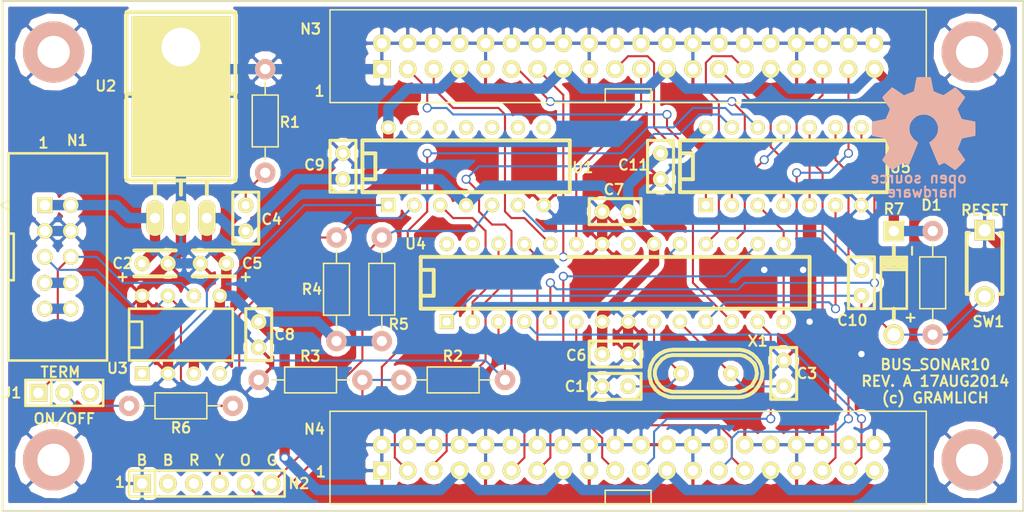
<source format=kicad_pcb>
(kicad_pcb (version 3) (host pcbnew "(2014-jan-25)-product")
  (layers (15 F.Cu signal) (0 B.Cu signal) (18 B.Paste user) (19 F.Paste user) (20 B.SilkS user) (21 F.SilkS user) (22 B.Mask user) (23 F.Mask user) (28 Edge.Cuts user))
  (net 0 "")
  (net 1 /D2)
  (net 2 /D3)
  (net 3 /D4)
  (net 4 /D5)
  (net 5 /D6)
  (net 6 /D7)
  (net 7 /D8)
  (net 8 /D9)
  (net 9 /D10)
  (net 10 /D11)
  (net 11 /D12)
  (net 12 /D13)
  (net 13 GND)
  (net 14 +5V)
  (net 15 "Net-(C10-Pad1)")
  (net 16 /~RESET)
  (net 17 "Net-(N1-Pad5)")
  (net 18 "Net-(N2-Pad2)")
  (net 19 "Net-(N2-Pad3)")
  (net 20 "Net-(N2-Pad4)")
  (net 21 "Net-(N2-Pad5)")
  (net 22 "Net-(N2-Pad6)")
  (net 23 /TXD)
  (net 24 /RXD)
  (net 25 /LPWR)
  (net 26 "Net-(C1-Pad1)")
  (net 27 "Net-(C3-Pad1)")
  (net 28 "Net-(C4-Pad2)")
  (net 29 "Net-(J1-Pad1)")
  (net 30 "Net-(J1-Pad2)")
  (net 31 "Net-(J1-Pad3)")
  (net 32 "Net-(N1-Pad7)")
  (net 33 "Net-(N1-Pad10)")
  (net 34 "Net-(N3-Pad3)")
  (net 35 "Net-(N3-Pad5)")
  (net 36 "Net-(N3-Pad11)")
  (net 37 "Net-(N3-Pad21)")
  (net 38 "Net-(N3-Pad27)")
  (net 39 "Net-(N3-Pad35)")
  (net 40 "Net-(N4-Pad3)")
  (net 41 "Net-(N4-Pad5)")
  (net 42 "Net-(N4-Pad11)")
  (net 43 "Net-(N4-Pad13)")
  (net 44 "Net-(N4-Pad27)")
  (net 45 "Net-(N4-Pad35)")
  (net 46 "Net-(U1-Pad1)")
  (net 47 "Net-(U4-Pad21)")
  (net 48 "Net-(U4-Pad27)")
  (net 49 "Net-(U4-Pad28)")
  (module Bus_Sonar10_Rev_A:Capacitor3MMDiscRM2.5 (layer F.Cu) (at 123.825 121.285 90)
    (fp_text reference C4 (at -0.127 2.54 180) (layer F.SilkS) (effects (font (size 1.016 1.016) (thickness 0.2032))))
    (fp_text value .1uF hide)
    (pad 1 thru_hole circle (at -1.27 0 90) (size 1.50114 1.50114) (drill 0.8001) (layers *.Cu *.Mask F.SilkS) (net 14 +5V))
    (pad 2 thru_hole circle (at 1.27 0 90) (size 1.50114 1.50114) (drill 0.8001) (layers *.Cu *.Mask F.SilkS) (net 28 "Net-(C4-Pad2)"))
  )
  (module Bus_Sonar10_Rev_A:Capacitor3MMDiscRM2.5 (layer F.Cu) (at 160.02 120.65 180)
    (fp_text reference C7 (at 0.127 2.159 180) (layer F.SilkS) (effects (font (size 1.016 1.016) (thickness 0.2032))))
    (fp_text value .1uF hide)
    (pad 1 thru_hole circle (at -1.27 0 180) (size 1.50114 1.50114) (drill 0.8001) (layers *.Cu *.Mask F.SilkS) (net 14 +5V))
    (pad 2 thru_hole circle (at 1.27 0 180) (size 1.50114 1.50114) (drill 0.8001) (layers *.Cu *.Mask F.SilkS) (net 13 GND))
  )
  (module Bus_Sonar10_Rev_A:Capacitor3MMDiscRM2.5 (layer F.Cu) (at 125.095 132.715 270)
    (fp_text reference C8 (at 0 -2.54 360) (layer F.SilkS) (effects (font (size 1.016 1.016) (thickness 0.2032))))
    (fp_text value .1uF hide)
    (pad 1 thru_hole circle (at -1.27 0 270) (size 1.50114 1.50114) (drill 0.8001) (layers *.Cu *.Mask F.SilkS) (net 14 +5V))
    (pad 2 thru_hole circle (at 1.27 0 270) (size 1.50114 1.50114) (drill 0.8001) (layers *.Cu *.Mask F.SilkS) (net 13 GND))
  )
  (module Bus_Sonar10_Rev_A:Capacitor3MMDiscRM2.5 (layer F.Cu) (at 184.15 127.635 270)
    (fp_text reference C10 (at 3.683 0.889 360) (layer F.SilkS) (effects (font (size 1.016 1.016) (thickness 0.2032))))
    (fp_text value 1uF hide)
    (pad 1 thru_hole circle (at -1.27 0 270) (size 1.50114 1.50114) (drill 0.8001) (layers *.Cu *.Mask F.SilkS) (net 15 "Net-(C10-Pad1)"))
    (pad 2 thru_hole circle (at 1.27 0 270) (size 1.50114 1.50114) (drill 0.8001) (layers *.Cu *.Mask F.SilkS) (net 16 /~RESET))
  )
  (module Bus_Sonar10_Rev_A:Diode_DO-41_SOD81_Horizontal_RM10 (layer F.Cu) (at 187.325 127.635 90)
    (fp_text reference D1 (at 7.62 3.683 180) (layer F.SilkS) (effects (font (size 1.016 1.016) (thickness 0.2032))))
    (fp_text value SD101C-TR hide)
    (fp_text user - (at 3.14 1.71 90) (layer F.SilkS) (effects (font (size 1.016 1.016) (thickness 0.2032))))
    (fp_text user + (at -3.42 1.56 90) (layer F.SilkS) (effects (font (size 1.016 1.016) (thickness 0.2032))))
    (pad + thru_hole circle (at -5.08 0 90) (size 1.99898 1.99898) (drill 1.27) (layers *.Cu *.Mask F.SilkS) (net 16 /~RESET))
    (pad - thru_hole rect (at 5.08 0 90) (size 1.99898 1.99898) (drill 1.00076) (layers *.Cu *.Mask F.SilkS) (net 14 +5V))
  )
  (module Bus_Sonar10_Rev_A:OSHW_LOGO_400mil (layer B.Cu) (at 190.246 112.014)
    (fp_text reference G1 hide)
    (fp_text value OSHW_LOGO hide)
  )
  (module Bus_Sonar10_Rev_A:MountingHole_3mm (layer F.Cu) (at 105 105)
    (fp_text reference H1 (at 0 0) (layer F.SilkS) (effects (font (size 1.016 1.016) (thickness 0.2032))))
    (fp_text value 3MM_HOLE hide)
    (pad 1 thru_hole circle (at 0 0) (size 6 6) (drill 3.175) (layers *.Cu *.SilkS *.Mask) (net 13 GND))
  )
  (module Bus_Sonar10_Rev_A:MountingHole_3mm (layer F.Cu) (at 195 105)
    (fp_text reference H2 (at 0 0) (layer F.SilkS) (effects (font (size 1.016 1.016) (thickness 0.2032))))
    (fp_text value 3MM_HOLE hide)
    (pad 1 thru_hole circle (at 0 0) (size 6 6) (drill 3.175) (layers *.Cu *.SilkS *.Mask) (net 13 GND))
  )
  (module Bus_Sonar10_Rev_A:MountingHole_3mm (layer F.Cu) (at 105 145)
    (fp_text reference H3 (at 0 0) (layer F.SilkS) (effects (font (size 1.016 1.016) (thickness 0.2032))))
    (fp_text value 3MM_HOLE hide)
    (pad 1 thru_hole circle (at 0 0) (size 6 6) (drill 3.175) (layers *.Cu *.SilkS *.Mask) (net 13 GND))
  )
  (module Bus_Sonar10_Rev_A:MountingHole_3mm (layer F.Cu) (at 195 145)
    (fp_text reference H4 (at 0 0) (layer F.SilkS) (effects (font (size 1.016 1.016) (thickness 0.2032))))
    (fp_text value 3MM_HOLE hide)
    (pad 1 thru_hole circle (at 0 0) (size 6 6) (drill 3.175) (layers *.Cu *.SilkS *.Mask) (net 13 GND))
  )
  (module Bus_Sonar10_Rev_A:Pin_Header_Straight_1x03 (layer F.Cu) (at 106.045 138.43)
    (fp_text reference J1 (at -5.08 0) (layer F.SilkS) (effects (font (size 1.016 1.016) (thickness 0.2032))))
    (fp_text value TERMINATE_JUMPER hide)
    (pad 1 thru_hole rect (at -2.54 0) (size 1.7272 1.7272) (drill 1.016) (layers *.Cu *.Mask F.SilkS) (net 29 "Net-(J1-Pad1)"))
    (pad 2 thru_hole circle (at 0 0) (size 1.7272 1.7272) (drill 1.016) (layers *.Cu *.Mask F.SilkS) (net 30 "Net-(J1-Pad2)"))
    (pad 3 thru_hole circle (at 2.54 0) (size 1.7272 1.7272) (drill 1.016) (layers *.Cu *.Mask F.SilkS) (net 31 "Net-(J1-Pad3)"))
  )
  (module Bus_Sonar10_Rev_A:Pin_Header_Straight_2x05_Shrouded (layer F.Cu) (at 105.41 125.095 270)
    (fp_text reference N1 (at -11.43 -1.905 540) (layer F.SilkS) (effects (font (size 1.016 1.016) (thickness 0.2032))))
    (fp_text value BUS_SLAVE_HEADER hide)
    (pad 1 thru_hole rect (at -5.08 1.27 270) (size 1.524 1.524) (drill 1.016) (layers *.Cu *.Mask F.SilkS) (net 25 /LPWR))
    (pad 2 thru_hole circle (at -5.08 -1.27 270) (size 1.524 1.524) (drill 1.016) (layers *.Cu *.Mask F.SilkS) (net 25 /LPWR))
    (pad 3 thru_hole circle (at -2.54 1.27 270) (size 1.524 1.524) (drill 1.016) (layers *.Cu *.Mask F.SilkS) (net 13 GND))
    (pad 4 thru_hole circle (at -2.54 -1.27 270) (size 1.524 1.524) (drill 1.016) (layers *.Cu *.Mask F.SilkS) (net 13 GND))
    (pad 5 thru_hole circle (at 0 1.27 270) (size 1.524 1.524) (drill 1.016) (layers *.Cu *.Mask F.SilkS) (net 17 "Net-(N1-Pad5)"))
    (pad 6 thru_hole circle (at 0 -1.27 270) (size 1.524 1.524) (drill 1.016) (layers *.Cu *.Mask F.SilkS) (net 29 "Net-(J1-Pad1)"))
    (pad 7 thru_hole circle (at 2.54 1.27 270) (size 1.524 1.524) (drill 1.016) (layers *.Cu *.Mask F.SilkS) (net 32 "Net-(N1-Pad7)"))
    (pad 8 thru_hole circle (at 2.54 -1.27 270) (size 1.524 1.524) (drill 1.016) (layers *.Cu *.Mask F.SilkS) (net 32 "Net-(N1-Pad7)"))
    (pad 9 thru_hole circle (at 5.08 1.27 270) (size 1.524 1.524) (drill 1.016) (layers *.Cu *.Mask F.SilkS) (net 33 "Net-(N1-Pad10)"))
    (pad 10 thru_hole circle (at 5.08 -1.27 270) (size 1.524 1.524) (drill 1.016) (layers *.Cu *.Mask F.SilkS) (net 33 "Net-(N1-Pad10)"))
  )
  (module Bus_Sonar10_Rev_A:Pin_Header_Straight_1x06 (layer F.Cu) (at 120.015 147.32)
    (fp_text reference N2 (at 9.017 0) (layer F.SilkS) (effects (font (size 1.016 1.016) (thickness 0.2032))))
    (fp_text value FTDI_HEADER hide)
    (pad 1 thru_hole rect (at -6.35 0) (size 1.7272 1.7272) (drill 1.016) (layers *.Cu *.Mask F.SilkS) (net 13 GND))
    (pad 2 thru_hole circle (at -3.81 0) (size 1.7272 1.7272) (drill 1.016) (layers *.Cu *.Mask F.SilkS) (net 18 "Net-(N2-Pad2)"))
    (pad 3 thru_hole circle (at -1.27 0) (size 1.7272 1.7272) (drill 1.016) (layers *.Cu *.Mask F.SilkS) (net 19 "Net-(N2-Pad3)"))
    (pad 4 thru_hole circle (at 1.27 0) (size 1.7272 1.7272) (drill 1.016) (layers *.Cu *.Mask F.SilkS) (net 20 "Net-(N2-Pad4)"))
    (pad 5 thru_hole circle (at 3.81 0) (size 1.7272 1.7272) (drill 1.016) (layers *.Cu *.Mask F.SilkS) (net 21 "Net-(N2-Pad5)"))
    (pad 6 thru_hole circle (at 6.35 0) (size 1.7272 1.7272) (drill 1.016) (layers *.Cu *.Mask F.SilkS) (net 22 "Net-(N2-Pad6)"))
  )
  (module Bus_Sonar10_Rev_A:Resistor_Horizontal_400 (layer F.Cu) (at 125.73 111.76 270)
    (fp_text reference R1 (at 0.127 -2.413 360) (layer F.SilkS) (effects (font (size 1.016 1.016) (thickness 0.2032))))
    (fp_text value .47 hide)
    (pad 1 thru_hole circle (at -5.08 0 270) (size 1.99898 1.99898) (drill 1.00076) (layers *.Cu *.SilkS *.Mask) (net 13 GND))
    (pad 2 thru_hole circle (at 5.08 0 270) (size 1.99898 1.99898) (drill 1.00076) (layers *.Cu *.SilkS *.Mask) (net 28 "Net-(C4-Pad2)"))
  )
  (module Bus_Sonar10_Rev_A:Resistor_Horizontal_400 (layer F.Cu) (at 144.145 137.16)
    (fp_text reference R2 (at -0.03 -2.33) (layer F.SilkS) (effects (font (size 1.016 1.016) (thickness 0.2032))))
    (fp_text value 22K hide)
    (pad 1 thru_hole circle (at -5.08 0) (size 1.99898 1.99898) (drill 1.00076) (layers *.Cu *.SilkS *.Mask) (net 21 "Net-(N2-Pad5)"))
    (pad 2 thru_hole circle (at 5.08 0) (size 1.99898 1.99898) (drill 1.00076) (layers *.Cu *.SilkS *.Mask) (net 23 /TXD))
  )
  (module Bus_Sonar10_Rev_A:Resistor_Horizontal_400 (layer F.Cu) (at 130.175 137.16)
    (fp_text reference R3 (at -0.03 -2.33) (layer F.SilkS) (effects (font (size 1.016 1.016) (thickness 0.2032))))
    (fp_text value 33K hide)
    (pad 1 thru_hole circle (at -5.08 0) (size 1.99898 1.99898) (drill 1.00076) (layers *.Cu *.SilkS *.Mask) (net 13 GND))
    (pad 2 thru_hole circle (at 5.08 0) (size 1.99898 1.99898) (drill 1.00076) (layers *.Cu *.SilkS *.Mask) (net 21 "Net-(N2-Pad5)"))
  )
  (module Bus_Sonar10_Rev_A:Resistor_Horizontal_400 (layer F.Cu) (at 132.715 128.27 270)
    (fp_text reference R4 (at 0 2.413 360) (layer F.SilkS) (effects (font (size 1.016 1.016) (thickness 0.2032))))
    (fp_text value 100K hide)
    (pad 1 thru_hole circle (at -5.08 0 270) (size 1.99898 1.99898) (drill 1.00076) (layers *.Cu *.SilkS *.Mask) (net 20 "Net-(N2-Pad4)"))
    (pad 2 thru_hole circle (at 5.08 0 270) (size 1.99898 1.99898) (drill 1.00076) (layers *.Cu *.SilkS *.Mask) (net 14 +5V))
  )
  (module Bus_Sonar10_Rev_A:Resistor_Horizontal_400 (layer F.Cu) (at 137.16 128.27 270)
    (fp_text reference R5 (at 3.429 -1.651 360) (layer F.SilkS) (effects (font (size 1.016 1.016) (thickness 0.2032))))
    (fp_text value 100K hide)
    (pad 1 thru_hole circle (at -5.08 0 270) (size 1.99898 1.99898) (drill 1.00076) (layers *.Cu *.SilkS *.Mask) (net 22 "Net-(N2-Pad6)"))
    (pad 2 thru_hole circle (at 5.08 0 270) (size 1.99898 1.99898) (drill 1.00076) (layers *.Cu *.SilkS *.Mask) (net 14 +5V))
  )
  (module Bus_Sonar10_Rev_A:Resistor_Horizontal_400 (layer F.Cu) (at 117.475 139.7 180)
    (fp_text reference R6 (at 0 -2.159 180) (layer F.SilkS) (effects (font (size 1.016 1.016) (thickness 0.2032))))
    (fp_text value .47 hide)
    (pad 1 thru_hole circle (at -5.08 0 180) (size 1.99898 1.99898) (drill 1.00076) (layers *.Cu *.SilkS *.Mask) (net 17 "Net-(N1-Pad5)"))
    (pad 2 thru_hole circle (at 5.08 0 180) (size 1.99898 1.99898) (drill 1.00076) (layers *.Cu *.SilkS *.Mask) (net 30 "Net-(J1-Pad2)"))
  )
  (module Bus_Sonar10_Rev_A:Button_6.5MM (layer F.Cu) (at 196.215 125.73 270)
    (fp_text reference SW1 (at 5.715 -0.381 540) (layer F.SilkS) (effects (font (size 1.016 1.016) (thickness 0.2032))))
    (fp_text value MJTP1243 hide)
    (pad 1 thru_hole rect (at -3.2512 0 270) (size 1.99898 1.99898) (drill 1.19888) (layers *.Cu *.Mask F.SilkS) (net 13 GND))
    (pad 2 thru_hole circle (at 3.2512 0 270) (size 1.99898 1.99898) (drill 1.19888) (layers *.Cu *.Mask F.SilkS) (net 16 /~RESET))
  )
  (module Bus_Sonar10_Rev_A:DIP-14__300 (layer F.Cu) (at 145.415 116.205)
    (fp_text reference U1 (at 11.43 0.127) (layer F.SilkS) (effects (font (size 1.016 1.016) (thickness 0.2032))))
    (fp_text value 74HCT08 hide)
    (pad 1 thru_hole rect (at -7.62 3.81) (size 1.397 1.397) (drill 0.8128) (layers *.Cu *.Mask F.SilkS) (net 46 "Net-(U1-Pad1)"))
    (pad 2 thru_hole circle (at -5.08 3.81) (size 1.397 1.397) (drill 0.8128) (layers *.Cu *.Mask F.SilkS) (net 20 "Net-(N2-Pad4)"))
    (pad 3 thru_hole circle (at -2.54 3.81) (size 1.397 1.397) (drill 0.8128) (layers *.Cu *.Mask F.SilkS) (net 24 /RXD))
    (pad 4 thru_hole circle (at 0 3.81) (size 1.397 1.397) (drill 0.8128) (layers *.Cu *.Mask F.SilkS) (net 14 +5V))
    (pad 5 thru_hole circle (at 2.54 3.81) (size 1.397 1.397) (drill 0.8128) (layers *.Cu *.Mask F.SilkS) (net 22 "Net-(N2-Pad6)"))
    (pad 6 thru_hole circle (at 5.08 3.81) (size 1.397 1.397) (drill 0.8128) (layers *.Cu *.Mask F.SilkS) (net 15 "Net-(C10-Pad1)"))
    (pad 7 thru_hole circle (at 7.62 3.81) (size 1.397 1.397) (drill 0.8128) (layers *.Cu *.Mask F.SilkS) (net 13 GND))
    (pad 8 thru_hole circle (at 7.62 -3.81) (size 1.397 1.397) (drill 0.8128) (layers *.Cu *.Mask F.SilkS))
    (pad 9 thru_hole circle (at 5.08 -3.81) (size 1.397 1.397) (drill 0.8128) (layers *.Cu *.Mask F.SilkS))
    (pad 10 thru_hole circle (at 2.54 -3.81) (size 1.397 1.397) (drill 0.8128) (layers *.Cu *.Mask F.SilkS))
    (pad 11 thru_hole circle (at 0 -3.81) (size 1.397 1.397) (drill 0.8128) (layers *.Cu *.Mask F.SilkS))
    (pad 12 thru_hole circle (at -2.54 -3.81) (size 1.397 1.397) (drill 0.8128) (layers *.Cu *.Mask F.SilkS))
    (pad 13 thru_hole circle (at -5.08 -3.81) (size 1.397 1.397) (drill 0.8128) (layers *.Cu *.Mask F.SilkS))
    (pad 14 thru_hole circle (at -7.62 -3.81) (size 1.397 1.397) (drill 0.8128) (layers *.Cu *.Mask F.SilkS) (net 14 +5V))
  )
  (module Bus_Sonar10_Rev_A:TO-220_Neutral123_Horizontal_LargePads (layer F.Cu) (at 117.475 121.285)
    (fp_text reference U2 (at -7.366 -12.954 180) (layer F.SilkS) (effects (font (size 1.016 1.016) (thickness 0.2032))))
    (fp_text value LM2940 hide)
    (pad 2 thru_hole oval (at 0 0 90) (size 3.50012 1.69926) (drill 1.00076) (layers *.Cu *.Mask F.SilkS) (net 13 GND))
    (pad 1 thru_hole oval (at -2.54 0 90) (size 3.50012 1.69926) (drill 1.00076) (layers *.Cu *.Mask F.SilkS) (net 25 /LPWR))
    (pad 3 thru_hole oval (at 2.54 0 90) (size 3.50012 1.69926) (drill 1.00076) (layers *.Cu *.Mask F.SilkS) (net 14 +5V))
    (pad 2 thru_hole rect (at 0 -16.764 90) (size 15.748 9.652) (drill 3.79984 (offset -4.826 0)) (layers *.Cu F.SilkS F.Mask) (net 13 GND))
  )
  (module Bus_Sonar10_Rev_A:DIP-8__300 (layer F.Cu) (at 117.475 132.715)
    (fp_text reference U3 (at -6.223 3.302) (layer F.SilkS) (effects (font (size 1.016 1.016) (thickness 0.2032))))
    (fp_text value MCP2562 hide)
    (pad 1 thru_hole rect (at -3.81 3.81) (size 1.397 1.397) (drill 0.8128) (layers *.Cu *.Mask F.SilkS) (net 46 "Net-(U1-Pad1)"))
    (pad 2 thru_hole circle (at -1.27 3.81) (size 1.397 1.397) (drill 0.8128) (layers *.Cu *.Mask F.SilkS) (net 13 GND))
    (pad 3 thru_hole circle (at 1.27 3.81) (size 1.397 1.397) (drill 0.8128) (layers *.Cu *.Mask F.SilkS) (net 14 +5V))
    (pad 4 thru_hole circle (at 3.81 3.81) (size 1.397 1.397) (drill 0.8128) (layers *.Cu *.Mask F.SilkS) (net 23 /TXD))
    (pad 5 thru_hole circle (at 3.81 -3.81) (size 1.397 1.397) (drill 0.8128) (layers *.Cu *.Mask F.SilkS) (net 14 +5V))
    (pad 6 thru_hole circle (at 1.27 -3.81) (size 1.397 1.397) (drill 0.8128) (layers *.Cu *.Mask F.SilkS) (net 29 "Net-(J1-Pad1)"))
    (pad 7 thru_hole circle (at -1.27 -3.81) (size 1.397 1.397) (drill 0.8128) (layers *.Cu *.Mask F.SilkS) (net 17 "Net-(N1-Pad5)"))
    (pad 8 thru_hole circle (at -3.81 -3.81) (size 1.397 1.397) (drill 0.8128) (layers *.Cu *.Mask F.SilkS) (net 13 GND))
  )
  (module Bus_Sonar10_Rev_A:DIP-28__300 (layer F.Cu) (at 160.02 127.635)
    (fp_text reference U4 (at -19.558 -3.81 180) (layer F.SilkS) (effects (font (size 1.016 1.016) (thickness 0.2032))))
    (fp_text value ATMEGA328_DIP28 hide)
    (pad 2 thru_hole circle (at -13.97 3.81) (size 1.397 1.397) (drill 0.8128) (layers *.Cu *.Mask F.SilkS) (net 24 /RXD))
    (pad 3 thru_hole circle (at -11.43 3.81) (size 1.397 1.397) (drill 0.8128) (layers *.Cu *.Mask F.SilkS) (net 23 /TXD))
    (pad 4 thru_hole circle (at -8.89 3.81) (size 1.397 1.397) (drill 0.8128) (layers *.Cu *.Mask F.SilkS) (net 1 /D2))
    (pad 5 thru_hole circle (at -6.35 3.81) (size 1.397 1.397) (drill 0.8128) (layers *.Cu *.Mask F.SilkS) (net 2 /D3))
    (pad 6 thru_hole circle (at -3.81 3.81) (size 1.397 1.397) (drill 0.8128) (layers *.Cu *.Mask F.SilkS) (net 3 /D4))
    (pad 7 thru_hole circle (at -1.27 3.81) (size 1.397 1.397) (drill 0.8128) (layers *.Cu *.Mask F.SilkS) (net 14 +5V))
    (pad 8 thru_hole circle (at 1.27 3.81) (size 1.397 1.397) (drill 0.8128) (layers *.Cu *.Mask F.SilkS) (net 13 GND))
    (pad 9 thru_hole circle (at 3.81 3.81) (size 1.397 1.397) (drill 0.8128) (layers *.Cu *.Mask F.SilkS) (net 26 "Net-(C1-Pad1)"))
    (pad 10 thru_hole circle (at 6.35 3.81) (size 1.397 1.397) (drill 0.8128) (layers *.Cu *.Mask F.SilkS) (net 27 "Net-(C3-Pad1)"))
    (pad 11 thru_hole circle (at 8.89 3.81) (size 1.397 1.397) (drill 0.8128) (layers *.Cu *.Mask F.SilkS) (net 4 /D5))
    (pad 12 thru_hole circle (at 11.43 3.81) (size 1.397 1.397) (drill 0.8128) (layers *.Cu *.Mask F.SilkS) (net 5 /D6))
    (pad 13 thru_hole circle (at 13.97 3.81) (size 1.397 1.397) (drill 0.8128) (layers *.Cu *.Mask F.SilkS) (net 6 /D7))
    (pad 14 thru_hole circle (at 16.51 3.81) (size 1.397 1.397) (drill 0.8128) (layers *.Cu *.Mask F.SilkS) (net 7 /D8))
    (pad 1 thru_hole rect (at -16.51 3.81) (size 1.397 1.397) (drill 0.8128) (layers *.Cu *.Mask F.SilkS) (net 16 /~RESET))
    (pad 15 thru_hole circle (at 16.51 -3.81) (size 1.397 1.397) (drill 0.8128) (layers *.Cu *.Mask F.SilkS) (net 8 /D9))
    (pad 16 thru_hole circle (at 13.97 -3.81) (size 1.397 1.397) (drill 0.8128) (layers *.Cu *.Mask F.SilkS) (net 9 /D10))
    (pad 17 thru_hole circle (at 11.43 -3.81) (size 1.397 1.397) (drill 0.8128) (layers *.Cu *.Mask F.SilkS) (net 10 /D11))
    (pad 18 thru_hole circle (at 8.89 -3.81) (size 1.397 1.397) (drill 0.8128) (layers *.Cu *.Mask F.SilkS) (net 11 /D12))
    (pad 19 thru_hole circle (at 6.35 -3.81) (size 1.397 1.397) (drill 0.8128) (layers *.Cu *.Mask F.SilkS) (net 12 /D13))
    (pad 20 thru_hole circle (at 3.81 -3.81) (size 1.397 1.397) (drill 0.8128) (layers *.Cu *.Mask F.SilkS) (net 14 +5V))
    (pad 21 thru_hole circle (at 1.27 -3.81) (size 1.397 1.397) (drill 0.8128) (layers *.Cu *.Mask F.SilkS) (net 47 "Net-(U4-Pad21)"))
    (pad 22 thru_hole circle (at -1.27 -3.81) (size 1.397 1.397) (drill 0.8128) (layers *.Cu *.Mask F.SilkS) (net 13 GND))
    (pad 23 thru_hole circle (at -3.81 -3.81) (size 1.397 1.397) (drill 0.8128) (layers *.Cu *.Mask F.SilkS) (net 37 "Net-(N3-Pad21)"))
    (pad 24 thru_hole circle (at -6.35 -3.81) (size 1.397 1.397) (drill 0.8128) (layers *.Cu *.Mask F.SilkS) (net 35 "Net-(N3-Pad5)"))
    (pad 25 thru_hole circle (at -8.89 -3.81) (size 1.397 1.397) (drill 0.8128) (layers *.Cu *.Mask F.SilkS) (net 43 "Net-(N4-Pad13)"))
    (pad 26 thru_hole circle (at -11.43 -3.81) (size 1.397 1.397) (drill 0.8128) (layers *.Cu *.Mask F.SilkS) (net 41 "Net-(N4-Pad5)"))
    (pad 27 thru_hole circle (at -13.97 -3.81) (size 1.397 1.397) (drill 0.8128) (layers *.Cu *.Mask F.SilkS) (net 48 "Net-(U4-Pad27)"))
    (pad 28 thru_hole circle (at -16.51 -3.81) (size 1.397 1.397) (drill 0.8128) (layers *.Cu *.Mask F.SilkS) (net 49 "Net-(U4-Pad28)"))
  )
  (module Bus_Sonar10_Rev_A:DIP-14__300 (layer F.Cu) (at 176.53 116.205)
    (fp_text reference U5 (at 11.43 0.127) (layer F.SilkS) (effects (font (size 1.016 1.016) (thickness 0.2032))))
    (fp_text value 74HCT32 hide)
    (pad 1 thru_hole rect (at -7.62 3.81) (size 1.397 1.397) (drill 0.8128) (layers *.Cu *.Mask F.SilkS) (net 34 "Net-(N3-Pad3)"))
    (pad 2 thru_hole circle (at -5.08 3.81) (size 1.397 1.397) (drill 0.8128) (layers *.Cu *.Mask F.SilkS) (net 36 "Net-(N3-Pad11)"))
    (pad 3 thru_hole circle (at -2.54 3.81) (size 1.397 1.397) (drill 0.8128) (layers *.Cu *.Mask F.SilkS) (net 8 /D9))
    (pad 4 thru_hole circle (at 0 3.81) (size 1.397 1.397) (drill 0.8128) (layers *.Cu *.Mask F.SilkS) (net 38 "Net-(N3-Pad27)"))
    (pad 5 thru_hole circle (at 2.54 3.81) (size 1.397 1.397) (drill 0.8128) (layers *.Cu *.Mask F.SilkS) (net 39 "Net-(N3-Pad35)"))
    (pad 6 thru_hole circle (at 5.08 3.81) (size 1.397 1.397) (drill 0.8128) (layers *.Cu *.Mask F.SilkS) (net 4 /D5))
    (pad 7 thru_hole circle (at 7.62 3.81) (size 1.397 1.397) (drill 0.8128) (layers *.Cu *.Mask F.SilkS) (net 13 GND))
    (pad 8 thru_hole circle (at 7.62 -3.81) (size 1.397 1.397) (drill 0.8128) (layers *.Cu *.Mask F.SilkS) (net 2 /D3))
    (pad 9 thru_hole circle (at 5.08 -3.81) (size 1.397 1.397) (drill 0.8128) (layers *.Cu *.Mask F.SilkS) (net 44 "Net-(N4-Pad27)"))
    (pad 10 thru_hole circle (at 2.54 -3.81) (size 1.397 1.397) (drill 0.8128) (layers *.Cu *.Mask F.SilkS) (net 45 "Net-(N4-Pad35)"))
    (pad 11 thru_hole circle (at 0 -3.81) (size 1.397 1.397) (drill 0.8128) (layers *.Cu *.Mask F.SilkS) (net 10 /D11))
    (pad 12 thru_hole circle (at -2.54 -3.81) (size 1.397 1.397) (drill 0.8128) (layers *.Cu *.Mask F.SilkS) (net 40 "Net-(N4-Pad3)"))
    (pad 13 thru_hole circle (at -5.08 -3.81) (size 1.397 1.397) (drill 0.8128) (layers *.Cu *.Mask F.SilkS) (net 42 "Net-(N4-Pad11)"))
    (pad 14 thru_hole circle (at -7.62 -3.81) (size 1.397 1.397) (drill 0.8128) (layers *.Cu *.Mask F.SilkS) (net 14 +5V))
  )
  (module Bus_Sonar10_Rev_A:Crystal_HC49-U_Vertical (layer F.Cu) (at 168.91 136.525)
    (fp_text reference X1 (at 5.08 -3.175) (layer F.SilkS) (effects (font (size 1.016 1.016) (thickness 0.2032))))
    (fp_text value CRYSTAL hide)
    (pad 1 thru_hole circle (at -2.44094 0) (size 1.50114 1.50114) (drill 0.8001) (layers *.Cu *.Mask F.SilkS) (net 26 "Net-(C1-Pad1)"))
    (pad 2 thru_hole circle (at 2.44094 0) (size 1.50114 1.50114) (drill 0.8001) (layers *.Cu *.Mask F.SilkS) (net 27 "Net-(C3-Pad1)"))
  )
  (module Bus_Sonar10_Rev_A:Pin_Header_Straight_2x20_Shrouded (layer F.Cu) (at 161.29 105.41)
    (fp_text reference N3 (at -31.115 -2.667) (layer F.SilkS) (effects (font (size 1.016 1.016) (thickness 0.2032))))
    (fp_text value 302-S401 hide)
    (pad 1 thru_hole rect (at -24.13 1.27) (size 1.7272 1.7272) (drill 1.016) (layers *.Cu *.Mask F.SilkS) (net 13 GND))
    (pad 2 thru_hole oval (at -24.13 -1.27) (size 1.7272 1.7272) (drill 1.016) (layers *.Cu *.Mask F.SilkS) (net 13 GND))
    (pad 3 thru_hole oval (at -21.59 1.27) (size 1.7272 1.7272) (drill 1.016) (layers *.Cu *.Mask F.SilkS) (net 34 "Net-(N3-Pad3)"))
    (pad 4 thru_hole oval (at -21.59 -1.27) (size 1.7272 1.7272) (drill 1.016) (layers *.Cu *.Mask F.SilkS) (net 13 GND))
    (pad 5 thru_hole oval (at -19.05 1.27) (size 1.7272 1.7272) (drill 1.016) (layers *.Cu *.Mask F.SilkS) (net 35 "Net-(N3-Pad5)"))
    (pad 6 thru_hole oval (at -19.05 -1.27) (size 1.7272 1.7272) (drill 1.016) (layers *.Cu *.Mask F.SilkS) (net 13 GND))
    (pad 7 thru_hole oval (at -16.51 1.27) (size 1.7272 1.7272) (drill 1.016) (layers *.Cu *.Mask F.SilkS) (net 14 +5V))
    (pad 8 thru_hole oval (at -16.51 -1.27) (size 1.7272 1.7272) (drill 1.016) (layers *.Cu *.Mask F.SilkS) (net 13 GND))
    (pad 9 thru_hole oval (at -13.97 1.27) (size 1.7272 1.7272) (drill 1.016) (layers *.Cu *.Mask F.SilkS) (net 13 GND))
    (pad 10 thru_hole oval (at -13.97 -1.27) (size 1.7272 1.7272) (drill 1.016) (layers *.Cu *.Mask F.SilkS) (net 13 GND))
    (pad 11 thru_hole oval (at -11.43 1.27) (size 1.7272 1.7272) (drill 1.016) (layers *.Cu *.Mask F.SilkS) (net 36 "Net-(N3-Pad11)"))
    (pad 12 thru_hole oval (at -11.43 -1.27) (size 1.7272 1.7272) (drill 1.016) (layers *.Cu *.Mask F.SilkS) (net 13 GND))
    (pad 13 thru_hole oval (at -8.89 1.27) (size 1.7272 1.7272) (drill 1.016) (layers *.Cu *.Mask F.SilkS) (net 12 /D13))
    (pad 14 thru_hole oval (at -8.89 -1.27) (size 1.7272 1.7272) (drill 1.016) (layers *.Cu *.Mask F.SilkS) (net 13 GND))
    (pad 15 thru_hole oval (at -6.35 1.27) (size 1.7272 1.7272) (drill 1.016) (layers *.Cu *.Mask F.SilkS) (net 14 +5V))
    (pad 16 thru_hole oval (at -6.35 -1.27) (size 1.7272 1.7272) (drill 1.016) (layers *.Cu *.Mask F.SilkS) (net 13 GND))
    (pad 17 thru_hole oval (at -3.81 1.27) (size 1.7272 1.7272) (drill 1.016) (layers *.Cu *.Mask F.SilkS) (net 13 GND))
    (pad 18 thru_hole oval (at -3.81 -1.27) (size 1.7272 1.7272) (drill 1.016) (layers *.Cu *.Mask F.SilkS) (net 13 GND))
    (pad 19 thru_hole oval (at -1.27 1.27) (size 1.7272 1.7272) (drill 1.016) (layers *.Cu *.Mask F.SilkS) (net 5 /D6))
    (pad 20 thru_hole oval (at -1.27 -1.27) (size 1.7272 1.7272) (drill 1.016) (layers *.Cu *.Mask F.SilkS) (net 13 GND))
    (pad 21 thru_hole oval (at 1.27 1.27) (size 1.7272 1.7272) (drill 1.016) (layers *.Cu *.Mask F.SilkS) (net 37 "Net-(N3-Pad21)"))
    (pad 22 thru_hole oval (at 1.27 -1.27) (size 1.7272 1.7272) (drill 1.016) (layers *.Cu *.Mask F.SilkS) (net 13 GND))
    (pad 23 thru_hole oval (at 3.81 1.27) (size 1.7272 1.7272) (drill 1.016) (layers *.Cu *.Mask F.SilkS) (net 14 +5V))
    (pad 24 thru_hole oval (at 3.81 -1.27) (size 1.7272 1.7272) (drill 1.016) (layers *.Cu *.Mask F.SilkS) (net 13 GND))
    (pad 25 thru_hole oval (at 6.35 1.27) (size 1.7272 1.7272) (drill 1.016) (layers *.Cu *.Mask F.SilkS) (net 13 GND))
    (pad 26 thru_hole oval (at 6.35 -1.27) (size 1.7272 1.7272) (drill 1.016) (layers *.Cu *.Mask F.SilkS) (net 13 GND))
    (pad 27 thru_hole oval (at 8.89 1.27) (size 1.7272 1.7272) (drill 1.016) (layers *.Cu *.Mask F.SilkS) (net 38 "Net-(N3-Pad27)"))
    (pad 28 thru_hole oval (at 8.89 -1.27) (size 1.7272 1.7272) (drill 1.016) (layers *.Cu *.Mask F.SilkS) (net 13 GND))
    (pad 29 thru_hole oval (at 11.43 1.27) (size 1.7272 1.7272) (drill 1.016) (layers *.Cu *.Mask F.SilkS) (net 11 /D12))
    (pad 30 thru_hole oval (at 11.43 -1.27) (size 1.7272 1.7272) (drill 1.016) (layers *.Cu *.Mask F.SilkS) (net 13 GND))
    (pad 31 thru_hole oval (at 13.97 1.27) (size 1.7272 1.7272) (drill 1.016) (layers *.Cu *.Mask F.SilkS) (net 14 +5V))
    (pad 32 thru_hole oval (at 13.97 -1.27) (size 1.7272 1.7272) (drill 1.016) (layers *.Cu *.Mask F.SilkS) (net 13 GND))
    (pad 33 thru_hole oval (at 16.51 1.27) (size 1.7272 1.7272) (drill 1.016) (layers *.Cu *.Mask F.SilkS) (net 13 GND))
    (pad 34 thru_hole oval (at 16.51 -1.27) (size 1.7272 1.7272) (drill 1.016) (layers *.Cu *.Mask F.SilkS) (net 13 GND))
    (pad 35 thru_hole oval (at 19.05 1.27) (size 1.7272 1.7272) (drill 1.016) (layers *.Cu *.Mask F.SilkS) (net 39 "Net-(N3-Pad35)"))
    (pad 36 thru_hole oval (at 19.05 -1.27) (size 1.7272 1.7272) (drill 1.016) (layers *.Cu *.Mask F.SilkS) (net 13 GND))
    (pad 37 thru_hole oval (at 21.59 1.27) (size 1.7272 1.7272) (drill 1.016) (layers *.Cu *.Mask F.SilkS) (net 7 /D8))
    (pad 38 thru_hole oval (at 21.59 -1.27) (size 1.7272 1.7272) (drill 1.016) (layers *.Cu *.Mask F.SilkS) (net 13 GND))
    (pad 39 thru_hole oval (at 24.13 1.27) (size 1.7272 1.7272) (drill 1.016) (layers *.Cu *.Mask F.SilkS) (net 14 +5V))
    (pad 40 thru_hole oval (at 24.13 -1.27) (size 1.7272 1.7272) (drill 1.016) (layers *.Cu *.Mask F.SilkS) (net 13 GND))
  )
  (module Bus_Sonar10_Rev_A:Pin_Header_Straight_2x20_Shrouded (layer F.Cu) (at 161.29 144.78)
    (fp_text reference N4 (at -30.734 -2.794) (layer F.SilkS) (effects (font (size 1.016 1.016) (thickness 0.2032))))
    (fp_text value 302-S401 hide)
    (pad 1 thru_hole rect (at -24.13 1.27) (size 1.7272 1.7272) (drill 1.016) (layers *.Cu *.Mask F.SilkS) (net 13 GND))
    (pad 2 thru_hole oval (at -24.13 -1.27) (size 1.7272 1.7272) (drill 1.016) (layers *.Cu *.Mask F.SilkS) (net 13 GND))
    (pad 3 thru_hole oval (at -21.59 1.27) (size 1.7272 1.7272) (drill 1.016) (layers *.Cu *.Mask F.SilkS) (net 40 "Net-(N4-Pad3)"))
    (pad 4 thru_hole oval (at -21.59 -1.27) (size 1.7272 1.7272) (drill 1.016) (layers *.Cu *.Mask F.SilkS) (net 13 GND))
    (pad 5 thru_hole oval (at -19.05 1.27) (size 1.7272 1.7272) (drill 1.016) (layers *.Cu *.Mask F.SilkS) (net 41 "Net-(N4-Pad5)"))
    (pad 6 thru_hole oval (at -19.05 -1.27) (size 1.7272 1.7272) (drill 1.016) (layers *.Cu *.Mask F.SilkS) (net 13 GND))
    (pad 7 thru_hole oval (at -16.51 1.27) (size 1.7272 1.7272) (drill 1.016) (layers *.Cu *.Mask F.SilkS) (net 14 +5V))
    (pad 8 thru_hole oval (at -16.51 -1.27) (size 1.7272 1.7272) (drill 1.016) (layers *.Cu *.Mask F.SilkS) (net 13 GND))
    (pad 9 thru_hole oval (at -13.97 1.27) (size 1.7272 1.7272) (drill 1.016) (layers *.Cu *.Mask F.SilkS) (net 13 GND))
    (pad 10 thru_hole oval (at -13.97 -1.27) (size 1.7272 1.7272) (drill 1.016) (layers *.Cu *.Mask F.SilkS) (net 13 GND))
    (pad 11 thru_hole oval (at -11.43 1.27) (size 1.7272 1.7272) (drill 1.016) (layers *.Cu *.Mask F.SilkS) (net 42 "Net-(N4-Pad11)"))
    (pad 12 thru_hole oval (at -11.43 -1.27) (size 1.7272 1.7272) (drill 1.016) (layers *.Cu *.Mask F.SilkS) (net 13 GND))
    (pad 13 thru_hole oval (at -8.89 1.27) (size 1.7272 1.7272) (drill 1.016) (layers *.Cu *.Mask F.SilkS) (net 43 "Net-(N4-Pad13)"))
    (pad 14 thru_hole oval (at -8.89 -1.27) (size 1.7272 1.7272) (drill 1.016) (layers *.Cu *.Mask F.SilkS) (net 13 GND))
    (pad 15 thru_hole oval (at -6.35 1.27) (size 1.7272 1.7272) (drill 1.016) (layers *.Cu *.Mask F.SilkS) (net 14 +5V))
    (pad 16 thru_hole oval (at -6.35 -1.27) (size 1.7272 1.7272) (drill 1.016) (layers *.Cu *.Mask F.SilkS) (net 13 GND))
    (pad 17 thru_hole oval (at -3.81 1.27) (size 1.7272 1.7272) (drill 1.016) (layers *.Cu *.Mask F.SilkS) (net 13 GND))
    (pad 18 thru_hole oval (at -3.81 -1.27) (size 1.7272 1.7272) (drill 1.016) (layers *.Cu *.Mask F.SilkS) (net 13 GND))
    (pad 19 thru_hole oval (at -1.27 1.27) (size 1.7272 1.7272) (drill 1.016) (layers *.Cu *.Mask F.SilkS) (net 9 /D10))
    (pad 20 thru_hole oval (at -1.27 -1.27) (size 1.7272 1.7272) (drill 1.016) (layers *.Cu *.Mask F.SilkS) (net 13 GND))
    (pad 21 thru_hole oval (at 1.27 1.27) (size 1.7272 1.7272) (drill 1.016) (layers *.Cu *.Mask F.SilkS) (net 6 /D7))
    (pad 22 thru_hole oval (at 1.27 -1.27) (size 1.7272 1.7272) (drill 1.016) (layers *.Cu *.Mask F.SilkS) (net 13 GND))
    (pad 23 thru_hole oval (at 3.81 1.27) (size 1.7272 1.7272) (drill 1.016) (layers *.Cu *.Mask F.SilkS) (net 14 +5V))
    (pad 24 thru_hole oval (at 3.81 -1.27) (size 1.7272 1.7272) (drill 1.016) (layers *.Cu *.Mask F.SilkS) (net 13 GND))
    (pad 25 thru_hole oval (at 6.35 1.27) (size 1.7272 1.7272) (drill 1.016) (layers *.Cu *.Mask F.SilkS) (net 13 GND))
    (pad 26 thru_hole oval (at 6.35 -1.27) (size 1.7272 1.7272) (drill 1.016) (layers *.Cu *.Mask F.SilkS) (net 13 GND))
    (pad 27 thru_hole oval (at 8.89 1.27) (size 1.7272 1.7272) (drill 1.016) (layers *.Cu *.Mask F.SilkS) (net 44 "Net-(N4-Pad27)"))
    (pad 28 thru_hole oval (at 8.89 -1.27) (size 1.7272 1.7272) (drill 1.016) (layers *.Cu *.Mask F.SilkS) (net 13 GND))
    (pad 29 thru_hole oval (at 11.43 1.27) (size 1.7272 1.7272) (drill 1.016) (layers *.Cu *.Mask F.SilkS) (net 3 /D4))
    (pad 30 thru_hole oval (at 11.43 -1.27) (size 1.7272 1.7272) (drill 1.016) (layers *.Cu *.Mask F.SilkS) (net 13 GND))
    (pad 31 thru_hole oval (at 13.97 1.27) (size 1.7272 1.7272) (drill 1.016) (layers *.Cu *.Mask F.SilkS) (net 14 +5V))
    (pad 32 thru_hole oval (at 13.97 -1.27) (size 1.7272 1.7272) (drill 1.016) (layers *.Cu *.Mask F.SilkS) (net 13 GND))
    (pad 33 thru_hole oval (at 16.51 1.27) (size 1.7272 1.7272) (drill 1.016) (layers *.Cu *.Mask F.SilkS) (net 13 GND))
    (pad 34 thru_hole oval (at 16.51 -1.27) (size 1.7272 1.7272) (drill 1.016) (layers *.Cu *.Mask F.SilkS) (net 13 GND))
    (pad 35 thru_hole oval (at 19.05 1.27) (size 1.7272 1.7272) (drill 1.016) (layers *.Cu *.Mask F.SilkS) (net 45 "Net-(N4-Pad35)"))
    (pad 36 thru_hole oval (at 19.05 -1.27) (size 1.7272 1.7272) (drill 1.016) (layers *.Cu *.Mask F.SilkS) (net 13 GND))
    (pad 37 thru_hole oval (at 21.59 1.27) (size 1.7272 1.7272) (drill 1.016) (layers *.Cu *.Mask F.SilkS) (net 1 /D2))
    (pad 38 thru_hole oval (at 21.59 -1.27) (size 1.7272 1.7272) (drill 1.016) (layers *.Cu *.Mask F.SilkS) (net 13 GND))
    (pad 39 thru_hole oval (at 24.13 1.27) (size 1.7272 1.7272) (drill 1.016) (layers *.Cu *.Mask F.SilkS) (net 14 +5V))
    (pad 40 thru_hole oval (at 24.13 -1.27) (size 1.7272 1.7272) (drill 1.016) (layers *.Cu *.Mask F.SilkS) (net 13 GND))
  )
  (module Bus_Sonar10_Rev_A:Capacitor3MMDiscRM2.5 (layer F.Cu) (at 160.02 137.795 180)
    (fp_text reference C1 (at 3.937 0 180) (layer F.SilkS) (effects (font (size 1.016 1.016) (thickness 0.2032))))
    (fp_text value 18pF hide)
    (pad 1 thru_hole circle (at -1.27 0 180) (size 1.50114 1.50114) (drill 0.8001) (layers *.Cu *.Mask F.SilkS) (net 26 "Net-(C1-Pad1)"))
    (pad 2 thru_hole circle (at 1.27 0 180) (size 1.50114 1.50114) (drill 0.8001) (layers *.Cu *.Mask F.SilkS) (net 13 GND))
  )
  (module Bus_Sonar10_Rev_A:Capacitor4x3RM2-5_RevB (layer F.Cu) (at 114.935 125.73)
    (fp_text reference C2 (at -3.175 0 180) (layer F.SilkS) (effects (font (size 1.016 1.016) (thickness 0.2032))))
    (fp_text value 22uF hide)
    (pad 1 thru_hole circle (at -1.27 0) (size 1.50114 1.50114) (drill 0.8001) (layers *.Cu *.Mask F.SilkS) (net 25 /LPWR))
    (pad 2 thru_hole circle (at 1.27 0) (size 1.50114 1.50114) (drill 0.8001) (layers *.Cu *.Mask F.SilkS) (net 13 GND))
  )
  (module Bus_Sonar10_Rev_A:Capacitor3MMDiscRM2.5 (layer F.Cu) (at 176.53 136.525 90)
    (fp_text reference C3 (at 0 2.286 180) (layer F.SilkS) (effects (font (size 1.016 1.016) (thickness 0.2032))))
    (fp_text value 18pF hide)
    (pad 1 thru_hole circle (at -1.27 0 90) (size 1.50114 1.50114) (drill 0.8001) (layers *.Cu *.Mask F.SilkS) (net 27 "Net-(C3-Pad1)"))
    (pad 2 thru_hole circle (at 1.27 0 90) (size 1.50114 1.50114) (drill 0.8001) (layers *.Cu *.Mask F.SilkS) (net 13 GND))
  )
  (module Bus_Sonar10_Rev_A:Capacitor4x3RM2-5_RevB (layer F.Cu) (at 120.65 125.73 180)
    (fp_text reference C5 (at -3.81 0 360) (layer F.SilkS) (effects (font (size 1.016 1.016) (thickness 0.2032))))
    (fp_text value 22uF hide)
    (pad 1 thru_hole circle (at -1.27 0 180) (size 1.50114 1.50114) (drill 0.8001) (layers *.Cu *.Mask F.SilkS) (net 14 +5V))
    (pad 2 thru_hole circle (at 1.27 0 180) (size 1.50114 1.50114) (drill 0.8001) (layers *.Cu *.Mask F.SilkS) (net 13 GND))
  )
  (module Bus_Sonar10_Rev_A:Capacitor3MMDiscRM2.5 (layer F.Cu) (at 160.02 134.62)
    (fp_text reference C6 (at -3.81 0.127) (layer F.SilkS) (effects (font (size 1.016 1.016) (thickness 0.2032))))
    (fp_text value .1uF hide)
    (pad 1 thru_hole circle (at -1.27 0) (size 1.50114 1.50114) (drill 0.8001) (layers *.Cu *.Mask F.SilkS) (net 14 +5V))
    (pad 2 thru_hole circle (at 1.27 0) (size 1.50114 1.50114) (drill 0.8001) (layers *.Cu *.Mask F.SilkS) (net 13 GND))
  )
  (module Bus_Sonar10_Rev_A:Capacitor3MMDiscRM2.5 (layer F.Cu) (at 133.35 116.205 90)
    (fp_text reference C9 (at 0.127 -2.794 180) (layer F.SilkS) (effects (font (size 1.016 1.016) (thickness 0.2032))))
    (fp_text value .1uF hide)
    (pad 1 thru_hole circle (at -1.27 0 90) (size 1.50114 1.50114) (drill 0.8001) (layers *.Cu *.Mask F.SilkS) (net 14 +5V))
    (pad 2 thru_hole circle (at 1.27 0 90) (size 1.50114 1.50114) (drill 0.8001) (layers *.Cu *.Mask F.SilkS) (net 13 GND))
  )
  (module Bus_Sonar10_Rev_A:Capacitor3MMDiscRM2.5 (layer F.Cu) (at 164.465 116.205 270)
    (fp_text reference C11 (at -0.127 2.667 360) (layer F.SilkS) (effects (font (size 1.016 1.016) (thickness 0.2032))))
    (fp_text value .1uF hide)
    (pad 1 thru_hole circle (at -1.27 0 270) (size 1.50114 1.50114) (drill 0.8001) (layers *.Cu *.Mask F.SilkS) (net 14 +5V))
    (pad 2 thru_hole circle (at 1.27 0 270) (size 1.50114 1.50114) (drill 0.8001) (layers *.Cu *.Mask F.SilkS) (net 13 GND))
  )
  (module Bus_Sonar10_Rev_A:Resistor_Horizontal_400 (layer F.Cu) (at 191.135 127.635 90)
    (fp_text reference R7 (at 7.239 -3.81 180) (layer F.SilkS) (effects (font (size 1.016 1.016) (thickness 0.2032))))
    (fp_text value 10K hide)
    (pad 1 thru_hole circle (at -5.08 0 90) (size 1.99898 1.99898) (drill 1.00076) (layers *.Cu *.SilkS *.Mask) (net 16 /~RESET))
    (pad 2 thru_hole circle (at 5.08 0 90) (size 1.99898 1.99898) (drill 1.00076) (layers *.Cu *.SilkS *.Mask) (net 14 +5V))
  )
  (gr_line (start 100 150) (end 100 100) (angle 90) (layer F.SilkS) (width 0.2032))
  (gr_line (start 200 150) (end 100 150) (angle 90) (layer F.SilkS) (width 0.2032))
  (gr_line (start 200 100) (end 200 150) (angle 90) (layer F.SilkS) (width 0.2032))
  (gr_line (start 100 100) (end 200 100) (angle 90) (layer F.SilkS) (width 0.2032))
  (gr_text 1 (at 131.064 108.839) (layer F.SilkS) (effects (font (size 1.016 1.016) (thickness 0.2032))))
  (gr_text RESET (at 196.215 120.523) (layer F.SilkS) (effects (font (size 1.016 1.016) (thickness 0.2032))))
  (gr_text TERM (at 105.664 136.398) (layer F.SilkS) (effects (font (size 1.016 1.016) (thickness 0.2032))))
  (gr_text hardware (at 190.1 118.735) (layer B.SilkS) (effects (font (size 1.016 1.016) (thickness 0.2032)) (justify mirror)))
  (gr_text "open source" (at 189.738 117.348) (layer B.SilkS) (effects (font (size 1.016 1.016) (thickness 0.2032)) (justify mirror)))
  (gr_text "BUS_SONAR10\nREV. A 17AUG2014\n(c) GRAMLICH" (at 191.389 137.287) (layer F.SilkS) (effects (font (size 1.016 1.016) (thickness 0.2032))))
  (gr_text 1 (at 104.013 113.919) (layer F.SilkS) (effects (font (size 1.016 1.016) (thickness 0.2032))))
  (gr_text 1 (at 131.191 146.177) (layer F.SilkS) (effects (font (size 1.016 1.016) (thickness 0.2032))))
  (gr_text ON/OFF (at 106.045 140.97) (layer F.SilkS) (effects (font (size 1.016 1.016) (thickness 0.2032))))
  (gr_text 1 (at 111.506 147.193) (layer F.SilkS) (effects (font (size 1.016 1.016) (thickness 0.2032))))
  (gr_text "B  B  R  Y  O  G" (at 120.015 145.034) (layer F.SilkS) (effects (font (size 1.016 1.016) (thickness 0.2032))))
  (gr_text + (at 123.825 127) (layer F.SilkS) (effects (font (size 1.016 1.016) (thickness 0.2032)) (justify mirror)))
  (gr_text + (at 111.76 127) (layer F.SilkS) (effects (font (size 1.016 1.016) (thickness 0.2032)) (justify mirror)))
  (gr_line (start 200 150) (end 200 100) (angle 90) (layer Edge.Cuts) (width 0.1))
  (gr_line (start 100 150) (end 200 150) (angle 90) (layer Edge.Cuts) (width 0.1))
  (gr_line (start 100 100) (end 100 150) (angle 90) (layer Edge.Cuts) (width 0.1))
  (gr_line (start 100 100) (end 200 100) (angle 90) (layer Edge.Cuts) (width 0.1))
  (segment (start 152.4 132.715) (end 175.895 132.715) (width 0.2032) (layer B.Cu) (net 1))
  (segment (start 175.895 132.715) (end 184.15 140.97) (width 0.2032) (layer B.Cu) (net 1))
  (via (at 184.15 140.97) (size 0.889) (layers F.Cu B.Cu) (net 1))
  (segment (start 184.15 140.97) (end 184.15 144.78) (width 0.2032) (layer F.Cu) (net 1))
  (segment (start 184.15 144.78) (end 182.88 146.05) (width 0.2032) (layer F.Cu) (net 1))
  (segment (start 151.13 131.445) (end 152.4 132.715) (width 0.2032) (layer B.Cu) (net 1))
  (segment (start 184.15 114.3) (end 185.42 115.57) (width 0.2032) (layer F.Cu) (net 2))
  (segment (start 185.42 115.57) (end 185.42 127.635) (width 0.2032) (layer F.Cu) (net 2))
  (via (at 185.42 127.635) (size 0.889) (layers F.Cu B.Cu) (net 2))
  (segment (start 185.42 127.635) (end 172.72 127.635) (width 0.2032) (layer B.Cu) (net 2))
  (segment (start 172.72 127.635) (end 172.085 128.27) (width 0.2032) (layer B.Cu) (net 2))
  (segment (start 172.085 128.27) (end 154.305 128.27) (width 0.2032) (layer B.Cu) (net 2))
  (segment (start 154.305 128.27) (end 153.67 127.635) (width 0.2032) (layer B.Cu) (net 2))
  (via (at 153.67 127.635) (size 0.889) (layers F.Cu B.Cu) (net 2))
  (segment (start 153.67 127.635) (end 153.67 131.445) (width 0.2032) (layer F.Cu) (net 2))
  (segment (start 184.15 112.395) (end 184.15 114.3) (width 0.2032) (layer F.Cu) (net 2))
  (segment (start 156.21 137.795) (end 160.02 141.605) (width 0.2032) (layer F.Cu) (net 3))
  (segment (start 160.02 141.605) (end 170.18 141.605) (width 0.2032) (layer F.Cu) (net 3))
  (segment (start 170.18 141.605) (end 171.45 142.875) (width 0.2032) (layer F.Cu) (net 3))
  (segment (start 171.45 142.875) (end 171.45 144.78) (width 0.2032) (layer F.Cu) (net 3))
  (segment (start 171.45 144.78) (end 172.72 146.05) (width 0.2032) (layer F.Cu) (net 3))
  (segment (start 156.21 131.445) (end 156.21 137.795) (width 0.2032) (layer F.Cu) (net 3))
  (segment (start 181.61 120.65) (end 181.61 120.015) (width 0.2032) (layer B.Cu) (net 4))
  (segment (start 170.815 129.54) (end 180.975 129.54) (width 0.2032) (layer B.Cu) (net 4))
  (segment (start 180.975 129.54) (end 181.61 130.175) (width 0.2032) (layer B.Cu) (net 4))
  (segment (start 168.91 131.445) (end 170.815 129.54) (width 0.2032) (layer B.Cu) (net 4))
  (segment (start 181.61 130.175) (end 181.61 120.015) (width 0.2032) (layer F.Cu) (net 4))
  (via (at 181.61 130.175) (size 0.889) (layers F.Cu B.Cu) (net 4))
  (segment (start 166.37 114.935) (end 163.83 112.395) (width 0.2032) (layer F.Cu) (net 5))
  (segment (start 163.83 112.395) (end 163.83 106.045) (width 0.2032) (layer F.Cu) (net 5))
  (segment (start 163.83 106.045) (end 163.195 105.41) (width 0.2032) (layer F.Cu) (net 5))
  (segment (start 163.195 105.41) (end 161.29 105.41) (width 0.2032) (layer F.Cu) (net 5))
  (segment (start 161.29 105.41) (end 160.02 106.68) (width 0.2032) (layer F.Cu) (net 5))
  (segment (start 171.45 131.445) (end 167.64 127.635) (width 0.2032) (layer F.Cu) (net 5))
  (segment (start 167.64 121.92) (end 166.37 120.65) (width 0.2032) (layer F.Cu) (net 5))
  (segment (start 166.37 120.65) (end 166.37 114.935) (width 0.2032) (layer F.Cu) (net 5))
  (segment (start 167.64 127.635) (end 167.64 121.92) (width 0.2032) (layer F.Cu) (net 5))
  (segment (start 175.26 132.715) (end 175.26 140.97) (width 0.2032) (layer F.Cu) (net 6))
  (via (at 175.26 140.97) (size 0.889) (layers F.Cu B.Cu) (net 6))
  (segment (start 175.26 140.97) (end 165.1 140.97) (width 0.2032) (layer B.Cu) (net 6))
  (segment (start 165.1 140.97) (end 163.83 142.24) (width 0.2032) (layer B.Cu) (net 6))
  (segment (start 163.83 142.24) (end 163.83 144.78) (width 0.2032) (layer B.Cu) (net 6))
  (segment (start 163.83 144.78) (end 162.56 146.05) (width 0.2032) (layer B.Cu) (net 6))
  (segment (start 173.99 131.445) (end 175.26 132.715) (width 0.2032) (layer F.Cu) (net 6))
  (segment (start 176.53 126.365) (end 177.8 125.095) (width 0.2032) (layer F.Cu) (net 7))
  (segment (start 177.8 125.095) (end 177.8 116.84) (width 0.2032) (layer F.Cu) (net 7))
  (via (at 177.8 116.84) (size 0.889) (layers F.Cu B.Cu) (net 7))
  (segment (start 177.8 116.84) (end 180.975 116.84) (width 0.2032) (layer B.Cu) (net 7))
  (segment (start 180.975 116.84) (end 182.88 114.935) (width 0.2032) (layer B.Cu) (net 7))
  (via (at 182.88 114.935) (size 0.889) (layers F.Cu B.Cu) (net 7))
  (segment (start 182.88 114.935) (end 182.88 106.68) (width 0.2032) (layer F.Cu) (net 7))
  (segment (start 176.53 131.445) (end 176.53 126.365) (width 0.2032) (layer F.Cu) (net 7))
  (segment (start 176.53 122.555) (end 173.99 120.015) (width 0.2032) (layer F.Cu) (net 8))
  (segment (start 176.53 123.825) (end 176.53 122.555) (width 0.2032) (layer F.Cu) (net 8))
  (segment (start 158.75 144.78) (end 158.75 142.875) (width 0.2032) (layer F.Cu) (net 9))
  (segment (start 158.75 142.875) (end 154.94 139.065) (width 0.2032) (layer F.Cu) (net 9))
  (segment (start 154.94 139.065) (end 154.94 127) (width 0.2032) (layer F.Cu) (net 9))
  (via (at 154.94 127) (size 0.889) (layers F.Cu B.Cu) (net 9))
  (segment (start 154.94 127) (end 170.815 127) (width 0.2032) (layer B.Cu) (net 9))
  (segment (start 170.815 127) (end 173.99 123.825) (width 0.2032) (layer B.Cu) (net 9))
  (segment (start 160.02 146.05) (end 158.75 144.78) (width 0.2032) (layer F.Cu) (net 9))
  (segment (start 172.72 122.555) (end 172.72 117.475) (width 0.2032) (layer F.Cu) (net 10))
  (segment (start 172.72 117.475) (end 174.625 115.57) (width 0.2032) (layer F.Cu) (net 10))
  (via (at 174.625 115.57) (size 0.889) (layers F.Cu B.Cu) (net 10))
  (segment (start 174.625 115.57) (end 176.53 113.665) (width 0.2032) (layer B.Cu) (net 10))
  (segment (start 176.53 113.665) (end 176.53 112.395) (width 0.2032) (layer B.Cu) (net 10))
  (segment (start 171.45 123.825) (end 172.72 122.555) (width 0.2032) (layer F.Cu) (net 10))
  (segment (start 170.18 122.555) (end 170.18 109.855) (width 0.2032) (layer F.Cu) (net 11))
  (segment (start 170.18 109.855) (end 168.91 108.585) (width 0.2032) (layer F.Cu) (net 11))
  (segment (start 168.91 108.585) (end 168.91 106.045) (width 0.2032) (layer F.Cu) (net 11))
  (segment (start 168.91 106.045) (end 169.545 105.41) (width 0.2032) (layer F.Cu) (net 11))
  (segment (start 169.545 105.41) (end 171.45 105.41) (width 0.2032) (layer F.Cu) (net 11))
  (segment (start 171.45 105.41) (end 172.72 106.68) (width 0.2032) (layer F.Cu) (net 11))
  (segment (start 168.91 123.825) (end 170.18 122.555) (width 0.2032) (layer F.Cu) (net 11))
  (segment (start 165.1 125.095) (end 154.94 125.095) (width 0.2032) (layer B.Cu) (net 12))
  (via (at 154.94 125.095) (size 0.889) (layers F.Cu B.Cu) (net 12))
  (segment (start 154.94 125.095) (end 154.94 109.22) (width 0.2032) (layer F.Cu) (net 12))
  (segment (start 154.94 109.22) (end 152.4 106.68) (width 0.2032) (layer F.Cu) (net 12))
  (segment (start 166.37 123.825) (end 165.1 125.095) (width 0.2032) (layer B.Cu) (net 12))
  (segment (start 106.68 122.555) (end 104.14 122.555) (width 1.016) (layer B.Cu) (net 13))
  (segment (start 195 145) (end 193.315 146.685) (width 0.2032) (layer B.Cu) (net 13))
  (segment (start 117.475 124.46) (end 117.475 121.285) (width 1.016) (layer F.Cu) (net 13))
  (segment (start 116.205 125.73) (end 117.475 124.46) (width 1.016) (layer F.Cu) (net 13))
  (segment (start 113.665 128.27) (end 116.205 125.73) (width 1.016) (layer F.Cu) (net 13))
  (segment (start 113.665 128.905) (end 113.665 128.27) (width 1.016) (layer F.Cu) (net 13))
  (segment (start 116.205 133.985) (end 113.665 131.445) (width 1.016) (layer F.Cu) (net 13))
  (segment (start 113.665 131.445) (end 113.665 128.905) (width 1.016) (layer F.Cu) (net 13))
  (segment (start 116.205 136.525) (end 116.205 133.985) (width 1.016) (layer F.Cu) (net 13))
  (segment (start 119.634 106.68) (end 117.475 104.521) (width 1.016) (layer B.Cu) (net 13))
  (segment (start 125.73 106.68) (end 119.634 106.68) (width 1.016) (layer B.Cu) (net 13))
  (segment (start 117.475 121.285) (end 117.475 104.521) (width 1.016) (layer B.Cu) (net 13))
  (segment (start 137.16 106.68) (end 125.73 106.68) (width 1.016) (layer B.Cu) (net 13))
  (segment (start 158.75 123.825) (end 158.75 120.65) (width 1.016) (layer F.Cu) (net 13))
  (segment (start 161.29 134.62) (end 161.29 131.445) (width 1.016) (layer F.Cu) (net 13))
  (segment (start 161.925 117.475) (end 164.465 117.475) (width 1.016) (layer F.Cu) (net 13))
  (segment (start 158.75 120.65) (end 161.925 117.475) (width 1.016) (layer F.Cu) (net 13))
  (segment (start 119.38 125.73) (end 116.205 125.73) (width 1.016) (layer B.Cu) (net 13))
  (segment (start 198.12 124.3838) (end 198.12 130.175) (width 1.016) (layer F.Cu) (net 13))
  (segment (start 198.12 130.175) (end 193.675 134.62) (width 1.016) (layer F.Cu) (net 13))
  (segment (start 193.675 134.62) (end 184.15 134.62) (width 1.016) (layer F.Cu) (net 13))
  (via (at 184.15 134.62) (size 0.889) (layers F.Cu B.Cu) (net 13))
  (segment (start 184.15 134.62) (end 180.975 131.445) (width 1.016) (layer B.Cu) (net 13))
  (segment (start 180.975 131.445) (end 179.07 131.445) (width 1.016) (layer B.Cu) (net 13))
  (via (at 179.07 131.445) (size 0.889) (layers F.Cu B.Cu) (net 13))
  (segment (start 179.07 131.445) (end 178.435 130.81) (width 1.016) (layer F.Cu) (net 13))
  (segment (start 178.435 130.81) (end 178.435 126.365) (width 1.016) (layer F.Cu) (net 13))
  (via (at 178.435 126.365) (size 0.889) (layers F.Cu B.Cu) (net 13))
  (segment (start 178.435 126.365) (end 174.625 126.365) (width 1.016) (layer B.Cu) (net 13))
  (via (at 174.625 126.365) (size 0.889) (layers F.Cu B.Cu) (net 13))
  (segment (start 196.215 122.4788) (end 198.12 124.3838) (width 1.016) (layer F.Cu) (net 13))
  (segment (start 165.1 146.05) (end 164.465 146.05) (width 0.2032) (layer B.Cu) (net 14))
  (segment (start 118.745 135.255) (end 121.285 132.715) (width 1.016) (layer F.Cu) (net 14))
  (segment (start 121.285 132.715) (end 121.285 128.905) (width 1.016) (layer F.Cu) (net 14))
  (segment (start 118.745 136.525) (end 118.745 135.255) (width 1.016) (layer F.Cu) (net 14))
  (segment (start 122.555 128.905) (end 121.285 128.905) (width 1.016) (layer B.Cu) (net 14))
  (segment (start 125.095 131.445) (end 122.555 128.905) (width 1.016) (layer B.Cu) (net 14))
  (segment (start 122.555 122.555) (end 123.825 122.555) (width 1.016) (layer B.Cu) (net 14))
  (segment (start 121.285 121.285) (end 122.555 122.555) (width 1.016) (layer B.Cu) (net 14))
  (segment (start 120.015 121.285) (end 121.285 121.285) (width 1.016) (layer B.Cu) (net 14))
  (segment (start 183.515 108.585) (end 177.165 108.585) (width 1.016) (layer B.Cu) (net 14))
  (segment (start 177.165 108.585) (end 175.26 106.68) (width 1.016) (layer B.Cu) (net 14))
  (segment (start 185.42 106.68) (end 183.515 108.585) (width 1.016) (layer B.Cu) (net 14))
  (segment (start 173.355 108.585) (end 167.005 108.585) (width 1.016) (layer B.Cu) (net 14))
  (segment (start 167.005 108.585) (end 165.1 106.68) (width 1.016) (layer B.Cu) (net 14))
  (segment (start 175.26 106.68) (end 173.355 108.585) (width 1.016) (layer B.Cu) (net 14))
  (segment (start 163.195 108.585) (end 156.845 108.585) (width 1.016) (layer B.Cu) (net 14))
  (segment (start 156.845 108.585) (end 154.94 106.68) (width 1.016) (layer B.Cu) (net 14))
  (segment (start 165.1 106.68) (end 163.195 108.585) (width 1.016) (layer B.Cu) (net 14))
  (segment (start 153.035 108.585) (end 146.685 108.585) (width 1.016) (layer B.Cu) (net 14))
  (segment (start 146.685 108.585) (end 144.78 106.68) (width 1.016) (layer B.Cu) (net 14))
  (segment (start 154.94 106.68) (end 153.035 108.585) (width 1.016) (layer B.Cu) (net 14))
  (segment (start 142.875 108.585) (end 139.7 108.585) (width 1.016) (layer B.Cu) (net 14))
  (segment (start 139.7 108.585) (end 137.795 110.49) (width 1.016) (layer B.Cu) (net 14))
  (segment (start 137.795 110.49) (end 137.795 112.395) (width 1.016) (layer B.Cu) (net 14))
  (segment (start 144.78 106.68) (end 142.875 108.585) (width 1.016) (layer B.Cu) (net 14))
  (segment (start 137.795 114.935) (end 137.795 112.395) (width 1.016) (layer F.Cu) (net 14))
  (segment (start 135.255 117.475) (end 137.795 114.935) (width 1.016) (layer F.Cu) (net 14))
  (segment (start 133.35 117.475) (end 135.255 117.475) (width 1.016) (layer F.Cu) (net 14))
  (segment (start 128.905 117.475) (end 133.35 117.475) (width 1.016) (layer B.Cu) (net 14))
  (segment (start 123.825 122.555) (end 128.905 117.475) (width 1.016) (layer B.Cu) (net 14))
  (segment (start 142.875 117.475) (end 145.415 120.015) (width 1.016) (layer B.Cu) (net 14))
  (segment (start 133.35 117.475) (end 142.875 117.475) (width 1.016) (layer B.Cu) (net 14))
  (segment (start 158.75 118.11) (end 147.32 118.11) (width 1.016) (layer B.Cu) (net 14))
  (segment (start 147.32 118.11) (end 145.415 120.015) (width 1.016) (layer B.Cu) (net 14))
  (segment (start 161.29 121.285) (end 161.29 120.65) (width 1.016) (layer F.Cu) (net 14))
  (segment (start 163.83 123.825) (end 161.29 121.285) (width 1.016) (layer F.Cu) (net 14))
  (segment (start 161.29 120.65) (end 158.75 118.11) (width 1.016) (layer B.Cu) (net 14))
  (segment (start 187.325 108.585) (end 185.42 106.68) (width 1.016) (layer F.Cu) (net 14))
  (segment (start 187.325 122.555) (end 187.325 108.585) (width 1.016) (layer F.Cu) (net 14))
  (segment (start 191.135 122.555) (end 187.325 122.555) (width 1.016) (layer B.Cu) (net 14))
  (segment (start 183.515 147.955) (end 177.165 147.955) (width 1.016) (layer B.Cu) (net 14))
  (segment (start 177.165 147.955) (end 175.26 146.05) (width 1.016) (layer B.Cu) (net 14))
  (segment (start 185.42 146.05) (end 183.515 147.955) (width 1.016) (layer B.Cu) (net 14))
  (segment (start 173.355 147.955) (end 167.005 147.955) (width 1.016) (layer B.Cu) (net 14))
  (segment (start 167.005 147.955) (end 165.1 146.05) (width 1.016) (layer B.Cu) (net 14))
  (segment (start 175.26 146.05) (end 173.355 147.955) (width 1.016) (layer B.Cu) (net 14))
  (segment (start 163.195 147.955) (end 156.845 147.955) (width 1.016) (layer B.Cu) (net 14))
  (segment (start 156.845 147.955) (end 154.94 146.05) (width 1.016) (layer B.Cu) (net 14))
  (segment (start 165.1 146.05) (end 163.195 147.955) (width 1.016) (layer B.Cu) (net 14))
  (segment (start 153.035 147.955) (end 146.685 147.955) (width 1.016) (layer B.Cu) (net 14))
  (segment (start 146.685 147.955) (end 144.78 146.05) (width 1.016) (layer B.Cu) (net 14))
  (segment (start 154.94 146.05) (end 153.035 147.955) (width 1.016) (layer B.Cu) (net 14))
  (segment (start 127.635 133.985) (end 125.095 131.445) (width 1.016) (layer F.Cu) (net 14))
  (segment (start 127.635 144.78) (end 127.635 133.985) (width 1.016) (layer F.Cu) (net 14))
  (segment (start 142.875 147.955) (end 130.81 147.955) (width 1.016) (layer B.Cu) (net 14))
  (segment (start 144.78 146.05) (end 142.875 147.955) (width 1.016) (layer B.Cu) (net 14))
  (segment (start 158.75 134.62) (end 158.75 131.445) (width 1.016) (layer F.Cu) (net 14))
  (segment (start 163.83 125.73) (end 163.83 123.825) (width 1.016) (layer F.Cu) (net 14))
  (segment (start 158.75 130.81) (end 163.83 125.73) (width 1.016) (layer F.Cu) (net 14))
  (segment (start 158.75 131.445) (end 158.75 130.81) (width 1.016) (layer F.Cu) (net 14))
  (segment (start 137.16 133.35) (end 132.715 133.35) (width 1.016) (layer B.Cu) (net 14))
  (segment (start 130.81 131.445) (end 125.095 131.445) (width 1.016) (layer B.Cu) (net 14))
  (segment (start 132.715 133.35) (end 130.81 131.445) (width 1.016) (layer B.Cu) (net 14))
  (via (at 127.635 144.78) (size 0.889) (layers F.Cu B.Cu) (net 14))
  (segment (start 130.81 147.955) (end 127.635 144.78) (width 1.016) (layer B.Cu) (net 14))
  (segment (start 166.37 114.935) (end 168.91 112.395) (width 1.016) (layer B.Cu) (net 14))
  (segment (start 164.465 114.935) (end 166.37 114.935) (width 1.016) (layer B.Cu) (net 14))
  (segment (start 161.29 118.11) (end 161.29 120.65) (width 1.016) (layer B.Cu) (net 14))
  (segment (start 164.465 114.935) (end 161.29 118.11) (width 1.016) (layer B.Cu) (net 14))
  (segment (start 121.92 128.27) (end 121.92 125.73) (width 1.016) (layer F.Cu) (net 14))
  (segment (start 121.285 128.905) (end 121.92 128.27) (width 1.016) (layer F.Cu) (net 14))
  (segment (start 120.015 123.825) (end 120.015 121.285) (width 1.016) (layer F.Cu) (net 14))
  (segment (start 121.92 125.73) (end 120.015 123.825) (width 1.016) (layer F.Cu) (net 14))
  (segment (start 180.34 122.555) (end 153.035 122.555) (width 0.2032) (layer B.Cu) (net 15))
  (segment (start 153.035 122.555) (end 150.495 120.015) (width 0.2032) (layer B.Cu) (net 15))
  (segment (start 184.15 126.365) (end 180.34 122.555) (width 0.2032) (layer B.Cu) (net 15))
  (segment (start 146.05 128.905) (end 184.15 128.905) (width 0.2032) (layer B.Cu) (net 16))
  (segment (start 143.51 131.445) (end 146.05 128.905) (width 0.2032) (layer B.Cu) (net 16))
  (segment (start 186.055 131.445) (end 185.42 131.445) (width 0.2032) (layer F.Cu) (net 16))
  (segment (start 185.42 131.445) (end 184.15 130.175) (width 0.2032) (layer F.Cu) (net 16))
  (segment (start 184.15 130.175) (end 184.15 128.905) (width 0.2032) (layer F.Cu) (net 16))
  (segment (start 187.325 132.715) (end 186.055 131.445) (width 0.2032) (layer F.Cu) (net 16))
  (segment (start 187.325 132.715) (end 191.135 132.715) (width 0.2032) (layer B.Cu) (net 16))
  (segment (start 192.4812 132.715) (end 196.215 128.9812) (width 0.2032) (layer B.Cu) (net 16))
  (segment (start 191.135 132.715) (end 192.4812 132.715) (width 0.2032) (layer B.Cu) (net 16))
  (segment (start 120.015 139.7) (end 117.475 137.16) (width 0.2032) (layer F.Cu) (net 17))
  (segment (start 117.475 137.16) (end 117.475 130.175) (width 0.2032) (layer F.Cu) (net 17))
  (segment (start 117.475 130.175) (end 116.205 128.905) (width 0.2032) (layer F.Cu) (net 17))
  (segment (start 122.555 139.7) (end 120.015 139.7) (width 0.2032) (layer F.Cu) (net 17))
  (segment (start 105.41 126.365) (end 109.22 126.365) (width 0.2032) (layer B.Cu) (net 17))
  (segment (start 109.22 126.365) (end 113.03 130.175) (width 0.2032) (layer B.Cu) (net 17))
  (segment (start 113.03 130.175) (end 114.935 130.175) (width 0.2032) (layer B.Cu) (net 17))
  (segment (start 114.935 130.175) (end 116.205 128.905) (width 0.2032) (layer B.Cu) (net 17))
  (segment (start 104.14 125.095) (end 105.41 126.365) (width 0.2032) (layer B.Cu) (net 17))
  (segment (start 134.62 121.285) (end 139.065 121.285) (width 0.2032) (layer B.Cu) (net 20))
  (segment (start 139.065 121.285) (end 140.335 120.015) (width 0.2032) (layer B.Cu) (net 20))
  (segment (start 132.715 123.19) (end 134.62 121.285) (width 0.2032) (layer B.Cu) (net 20))
  (segment (start 121.285 144.78) (end 125.095 140.97) (width 0.2032) (layer F.Cu) (net 20))
  (segment (start 125.095 140.97) (end 125.095 139.7) (width 0.2032) (layer F.Cu) (net 20))
  (segment (start 125.095 139.7) (end 123.19 137.795) (width 0.2032) (layer F.Cu) (net 20))
  (segment (start 123.19 137.795) (end 123.19 130.81) (width 0.2032) (layer F.Cu) (net 20))
  (segment (start 123.19 130.81) (end 130.81 123.19) (width 0.2032) (layer F.Cu) (net 20))
  (segment (start 130.81 123.19) (end 132.715 123.19) (width 0.2032) (layer F.Cu) (net 20))
  (segment (start 121.285 147.32) (end 121.285 144.78) (width 0.2032) (layer F.Cu) (net 20))
  (segment (start 125.095 148.59) (end 127 148.59) (width 0.2032) (layer F.Cu) (net 21))
  (segment (start 127 148.59) (end 135.255 140.335) (width 0.2032) (layer F.Cu) (net 21))
  (segment (start 135.255 140.335) (end 135.255 137.16) (width 0.2032) (layer F.Cu) (net 21))
  (segment (start 123.825 147.32) (end 125.095 148.59) (width 0.2032) (layer F.Cu) (net 21))
  (segment (start 135.255 137.16) (end 139.065 137.16) (width 0.2032) (layer B.Cu) (net 21))
  (segment (start 138.43 122.555) (end 146.05 122.555) (width 0.2032) (layer B.Cu) (net 22))
  (segment (start 146.05 122.555) (end 147.955 120.015) (width 0.2032) (layer B.Cu) (net 22))
  (segment (start 137.16 123.19) (end 138.43 122.555) (width 0.2032) (layer B.Cu) (net 22))
  (segment (start 133.35 140.335) (end 133.35 137.16) (width 0.2032) (layer F.Cu) (net 22))
  (segment (start 133.35 137.16) (end 135.255 135.255) (width 0.2032) (layer F.Cu) (net 22))
  (segment (start 135.255 135.255) (end 135.255 125.095) (width 0.2032) (layer F.Cu) (net 22))
  (segment (start 135.255 125.095) (end 137.16 123.19) (width 0.2032) (layer F.Cu) (net 22))
  (segment (start 126.365 147.32) (end 133.35 140.335) (width 0.2032) (layer F.Cu) (net 22))
  (segment (start 148.59 132.08) (end 148.59 131.445) (width 0.2032) (layer F.Cu) (net 23))
  (segment (start 149.225 133.985) (end 148.59 133.35) (width 0.2032) (layer F.Cu) (net 23))
  (segment (start 148.59 133.35) (end 148.59 132.08) (width 0.2032) (layer F.Cu) (net 23))
  (segment (start 149.225 137.16) (end 149.225 133.985) (width 0.2032) (layer F.Cu) (net 23))
  (segment (start 122.555 135.255) (end 147.32 135.255) (width 0.2032) (layer B.Cu) (net 23))
  (segment (start 147.32 135.255) (end 149.225 137.16) (width 0.2032) (layer B.Cu) (net 23))
  (segment (start 121.285 136.525) (end 122.555 135.255) (width 0.2032) (layer B.Cu) (net 23))
  (segment (start 146.05 129.54) (end 147.32 128.27) (width 0.2032) (layer F.Cu) (net 24))
  (segment (start 147.32 128.27) (end 147.32 122.555) (width 0.2032) (layer F.Cu) (net 24))
  (segment (start 147.32 122.555) (end 146.05 121.285) (width 0.2032) (layer F.Cu) (net 24))
  (segment (start 146.05 121.285) (end 144.145 121.285) (width 0.2032) (layer F.Cu) (net 24))
  (segment (start 144.145 121.285) (end 142.875 120.015) (width 0.2032) (layer F.Cu) (net 24))
  (segment (start 146.05 131.445) (end 146.05 129.54) (width 0.2032) (layer F.Cu) (net 24))
  (segment (start 106.68 120.015) (end 104.14 120.015) (width 1.016) (layer B.Cu) (net 25))
  (segment (start 112.395 121.285) (end 111.125 120.015) (width 1.016) (layer B.Cu) (net 25))
  (segment (start 111.125 120.015) (end 106.68 120.015) (width 1.016) (layer B.Cu) (net 25))
  (segment (start 114.935 121.285) (end 112.395 121.285) (width 1.016) (layer B.Cu) (net 25))
  (segment (start 114.935 124.46) (end 114.935 121.285) (width 1.016) (layer F.Cu) (net 25))
  (segment (start 113.665 125.73) (end 114.935 124.46) (width 1.016) (layer F.Cu) (net 25))
  (segment (start 163.83 133.88594) (end 163.83 131.445) (width 0.2032) (layer F.Cu) (net 26))
  (segment (start 166.46906 136.525) (end 163.83 133.88594) (width 0.2032) (layer F.Cu) (net 26))
  (segment (start 165.19906 137.795) (end 166.46906 136.525) (width 0.2032) (layer B.Cu) (net 26))
  (segment (start 161.29 137.795) (end 165.19906 137.795) (width 0.2032) (layer B.Cu) (net 26))
  (segment (start 166.37 131.54406) (end 166.37 131.445) (width 0.2032) (layer F.Cu) (net 27))
  (segment (start 171.35094 136.525) (end 166.37 131.54406) (width 0.2032) (layer F.Cu) (net 27))
  (segment (start 172.62094 137.795) (end 171.35094 136.525) (width 0.2032) (layer B.Cu) (net 27))
  (segment (start 176.53 137.795) (end 172.62094 137.795) (width 0.2032) (layer B.Cu) (net 27))
  (segment (start 123.825 118.745) (end 125.73 116.84) (width 0.2032) (layer F.Cu) (net 28))
  (segment (start 123.825 120.015) (end 123.825 118.745) (width 0.2032) (layer F.Cu) (net 28))
  (segment (start 117.475 127.635) (end 111.76 127.635) (width 0.2032) (layer B.Cu) (net 29))
  (segment (start 111.76 127.635) (end 109.22 125.095) (width 0.2032) (layer B.Cu) (net 29))
  (segment (start 109.22 125.095) (end 106.68 125.095) (width 0.2032) (layer B.Cu) (net 29))
  (segment (start 118.745 128.905) (end 117.475 127.635) (width 0.2032) (layer B.Cu) (net 29))
  (segment (start 105.41 136.525) (end 105.41 126.365) (width 0.2032) (layer F.Cu) (net 29))
  (segment (start 105.41 126.365) (end 106.68 125.095) (width 0.2032) (layer F.Cu) (net 29))
  (segment (start 103.505 138.43) (end 105.41 136.525) (width 0.2032) (layer F.Cu) (net 29))
  (segment (start 107.315 139.7) (end 106.045 138.43) (width 0.2032) (layer B.Cu) (net 30))
  (segment (start 112.395 139.7) (end 107.315 139.7) (width 0.2032) (layer B.Cu) (net 30))
  (segment (start 106.68 127.635) (end 104.14 127.635) (width 1.016) (layer B.Cu) (net 32))
  (segment (start 106.68 130.175) (end 104.14 130.175) (width 1.016) (layer B.Cu) (net 33))
  (via (at 141.605 110.49) (size 0.889) (layers F.Cu B.Cu) (net 34))
  (segment (start 165.1 111.125) (end 144.145 111.125) (width 0.2032) (layer B.Cu) (net 34))
  (segment (start 144.145 111.125) (end 143.51 110.49) (width 0.2032) (layer B.Cu) (net 34))
  (segment (start 143.51 110.49) (end 141.605 110.49) (width 0.2032) (layer B.Cu) (net 34))
  (segment (start 168.91 120.015) (end 168.91 116.205) (width 0.2032) (layer F.Cu) (net 34))
  (segment (start 165.1 112.395) (end 165.1 111.125) (width 0.2032) (layer F.Cu) (net 34))
  (via (at 165.1 111.125) (size 0.889) (layers F.Cu B.Cu) (net 34))
  (segment (start 168.91 116.205) (end 165.1 112.395) (width 0.2032) (layer F.Cu) (net 34))
  (segment (start 141.605 108.585) (end 139.7 106.68) (width 0.2032) (layer F.Cu) (net 34))
  (segment (start 141.605 110.49) (end 141.605 108.585) (width 0.2032) (layer F.Cu) (net 34))
  (segment (start 151.13 121.285) (end 149.86 121.285) (width 0.2032) (layer F.Cu) (net 35))
  (segment (start 149.86 121.285) (end 149.225 120.65) (width 0.2032) (layer F.Cu) (net 35))
  (segment (start 144.145 110.49) (end 142.24 108.585) (width 0.2032) (layer F.Cu) (net 35))
  (segment (start 142.24 108.585) (end 142.24 106.68) (width 0.2032) (layer F.Cu) (net 35))
  (segment (start 153.67 123.825) (end 151.13 121.285) (width 0.2032) (layer F.Cu) (net 35))
  (segment (start 149.225 111.125) (end 148.59 110.49) (width 0.2032) (layer F.Cu) (net 35))
  (segment (start 148.59 110.49) (end 144.145 110.49) (width 0.2032) (layer F.Cu) (net 35))
  (segment (start 149.225 120.65) (end 149.225 111.125) (width 0.2032) (layer F.Cu) (net 35))
  (via (at 153.67 109.855) (size 0.889) (layers F.Cu B.Cu) (net 36))
  (segment (start 171.45 116.205) (end 172.72 114.935) (width 0.2032) (layer F.Cu) (net 36))
  (segment (start 172.72 114.935) (end 172.72 111.125) (width 0.2032) (layer F.Cu) (net 36))
  (segment (start 172.72 111.125) (end 171.45 109.855) (width 0.2032) (layer F.Cu) (net 36))
  (via (at 171.45 109.855) (size 0.889) (layers F.Cu B.Cu) (net 36))
  (segment (start 171.45 109.855) (end 153.67 109.855) (width 0.2032) (layer B.Cu) (net 36))
  (segment (start 171.45 120.015) (end 171.45 116.205) (width 0.2032) (layer F.Cu) (net 36))
  (segment (start 150.495 106.68) (end 149.86 106.68) (width 0.2032) (layer F.Cu) (net 36))
  (segment (start 153.67 109.855) (end 150.495 106.68) (width 0.2032) (layer F.Cu) (net 36))
  (segment (start 156.21 116.84) (end 162.56 110.49) (width 0.2032) (layer F.Cu) (net 37))
  (segment (start 162.56 110.49) (end 162.56 106.68) (width 0.2032) (layer F.Cu) (net 37))
  (segment (start 156.21 123.825) (end 156.21 116.84) (width 0.2032) (layer F.Cu) (net 37))
  (segment (start 176.53 115.57) (end 175.26 114.3) (width 0.2032) (layer F.Cu) (net 38))
  (segment (start 175.26 114.3) (end 175.26 111.76) (width 0.2032) (layer F.Cu) (net 38))
  (segment (start 175.26 111.76) (end 170.18 106.68) (width 0.2032) (layer F.Cu) (net 38))
  (segment (start 176.53 120.015) (end 176.53 115.57) (width 0.2032) (layer F.Cu) (net 38))
  (segment (start 179.07 116.205) (end 177.8 114.935) (width 0.2032) (layer F.Cu) (net 39))
  (segment (start 177.8 114.935) (end 177.8 111.76) (width 0.2032) (layer F.Cu) (net 39))
  (segment (start 179.07 120.015) (end 179.07 116.205) (width 0.2032) (layer F.Cu) (net 39))
  (segment (start 180.34 109.22) (end 177.8 111.76) (width 0.2032) (layer F.Cu) (net 39))
  (segment (start 180.34 106.68) (end 180.34 109.22) (width 0.2032) (layer F.Cu) (net 39))
  (segment (start 172.72 111.125) (end 171.45 111.125) (width 0.2032) (layer B.Cu) (net 40))
  (segment (start 165.735 112.395) (end 163.195 112.395) (width 0.2032) (layer B.Cu) (net 40))
  (segment (start 163.195 112.395) (end 160.655 114.935) (width 0.2032) (layer B.Cu) (net 40))
  (segment (start 160.655 114.935) (end 141.605 114.935) (width 0.2032) (layer B.Cu) (net 40))
  (via (at 141.605 114.935) (size 0.889) (layers F.Cu B.Cu) (net 40))
  (segment (start 141.605 114.935) (end 141.605 120.65) (width 0.2032) (layer F.Cu) (net 40))
  (segment (start 173.99 112.395) (end 172.72 111.125) (width 0.2032) (layer B.Cu) (net 40))
  (segment (start 170.815 110.49) (end 167.64 110.49) (width 0.2032) (layer B.Cu) (net 40))
  (segment (start 167.64 110.49) (end 165.735 112.395) (width 0.2032) (layer B.Cu) (net 40))
  (segment (start 171.45 111.125) (end 170.815 110.49) (width 0.2032) (layer B.Cu) (net 40))
  (segment (start 138.43 144.78) (end 138.43 139.065) (width 0.2032) (layer F.Cu) (net 40))
  (segment (start 138.43 139.065) (end 137.16 137.795) (width 0.2032) (layer F.Cu) (net 40))
  (segment (start 137.16 137.795) (end 137.16 135.89) (width 0.2032) (layer F.Cu) (net 40))
  (segment (start 137.16 135.89) (end 139.7 133.35) (width 0.2032) (layer F.Cu) (net 40))
  (segment (start 139.7 133.35) (end 139.7 122.555) (width 0.2032) (layer F.Cu) (net 40))
  (segment (start 139.7 122.555) (end 141.605 120.65) (width 0.2032) (layer F.Cu) (net 40))
  (segment (start 139.7 146.05) (end 138.43 144.78) (width 0.2032) (layer F.Cu) (net 40))
  (segment (start 148.59 128.27) (end 148.59 123.825) (width 0.2032) (layer F.Cu) (net 41))
  (segment (start 147.32 129.54) (end 148.59 128.27) (width 0.2032) (layer F.Cu) (net 41))
  (segment (start 147.32 135.255) (end 147.32 129.54) (width 0.2032) (layer F.Cu) (net 41))
  (segment (start 143.51 139.065) (end 147.32 135.255) (width 0.2032) (layer F.Cu) (net 41))
  (segment (start 143.51 144.145) (end 143.51 139.065) (width 0.2032) (layer F.Cu) (net 41))
  (segment (start 142.24 145.415) (end 143.51 144.145) (width 0.2032) (layer F.Cu) (net 41))
  (segment (start 142.24 146.05) (end 142.24 145.415) (width 0.2032) (layer F.Cu) (net 41))
  (segment (start 160.655 116.205) (end 146.685 116.205) (width 0.2032) (layer B.Cu) (net 42))
  (segment (start 146.685 116.205) (end 145.415 117.475) (width 0.2032) (layer B.Cu) (net 42))
  (via (at 145.415 117.475) (size 0.889) (layers F.Cu B.Cu) (net 42))
  (segment (start 145.415 117.475) (end 146.685 118.745) (width 0.2032) (layer F.Cu) (net 42))
  (segment (start 146.685 118.745) (end 146.685 120.65) (width 0.2032) (layer F.Cu) (net 42))
  (segment (start 146.685 120.65) (end 147.955 121.92) (width 0.2032) (layer F.Cu) (net 42))
  (segment (start 147.955 121.92) (end 149.225 121.92) (width 0.2032) (layer F.Cu) (net 42))
  (segment (start 149.225 121.92) (end 149.86 122.555) (width 0.2032) (layer F.Cu) (net 42))
  (segment (start 149.86 122.555) (end 149.86 134.62) (width 0.2032) (layer F.Cu) (net 42))
  (segment (start 149.86 134.62) (end 151.765 136.525) (width 0.2032) (layer F.Cu) (net 42))
  (segment (start 151.765 136.525) (end 151.765 141.605) (width 0.2032) (layer F.Cu) (net 42))
  (segment (start 151.765 141.605) (end 151.13 142.24) (width 0.2032) (layer F.Cu) (net 42))
  (segment (start 151.13 142.24) (end 151.13 144.78) (width 0.2032) (layer F.Cu) (net 42))
  (segment (start 151.13 144.78) (end 149.86 146.05) (width 0.2032) (layer F.Cu) (net 42))
  (segment (start 170.18 111.125) (end 168.275 111.125) (width 0.2032) (layer B.Cu) (net 42))
  (segment (start 168.275 111.125) (end 166.37 113.03) (width 0.2032) (layer B.Cu) (net 42))
  (segment (start 166.37 113.03) (end 163.83 113.03) (width 0.2032) (layer B.Cu) (net 42))
  (segment (start 163.83 113.03) (end 160.655 116.205) (width 0.2032) (layer B.Cu) (net 42))
  (segment (start 171.45 112.395) (end 170.18 111.125) (width 0.2032) (layer B.Cu) (net 42))
  (segment (start 153.67 144.78) (end 153.67 136.525) (width 0.2032) (layer F.Cu) (net 43))
  (segment (start 153.67 136.525) (end 152.4 135.255) (width 0.2032) (layer F.Cu) (net 43))
  (segment (start 152.4 135.255) (end 152.4 125.095) (width 0.2032) (layer F.Cu) (net 43))
  (segment (start 152.4 125.095) (end 151.13 123.825) (width 0.2032) (layer F.Cu) (net 43))
  (segment (start 152.4 146.05) (end 153.67 144.78) (width 0.2032) (layer F.Cu) (net 43))
  (segment (start 171.45 144.78) (end 171.45 142.875) (width 0.2032) (layer B.Cu) (net 44))
  (segment (start 171.45 142.875) (end 172.085 142.24) (width 0.2032) (layer B.Cu) (net 44))
  (segment (start 172.085 142.24) (end 181.61 142.24) (width 0.2032) (layer B.Cu) (net 44))
  (segment (start 181.61 142.24) (end 182.88 140.97) (width 0.2032) (layer B.Cu) (net 44))
  (via (at 182.88 140.97) (size 0.889) (layers F.Cu B.Cu) (net 44))
  (segment (start 182.88 140.97) (end 182.88 116.84) (width 0.2032) (layer F.Cu) (net 44))
  (segment (start 182.88 116.84) (end 181.61 115.57) (width 0.2032) (layer F.Cu) (net 44))
  (segment (start 181.61 115.57) (end 181.61 112.395) (width 0.2032) (layer F.Cu) (net 44))
  (segment (start 170.18 146.05) (end 171.45 144.78) (width 0.2032) (layer B.Cu) (net 44))
  (segment (start 181.61 144.78) (end 181.61 135.89) (width 0.2032) (layer F.Cu) (net 45))
  (segment (start 181.61 135.89) (end 180.34 134.62) (width 0.2032) (layer F.Cu) (net 45))
  (segment (start 180.34 134.62) (end 180.34 116.84) (width 0.2032) (layer F.Cu) (net 45))
  (segment (start 180.34 116.84) (end 179.07 115.57) (width 0.2032) (layer F.Cu) (net 45))
  (segment (start 179.07 115.57) (end 179.07 112.395) (width 0.2032) (layer F.Cu) (net 45))
  (segment (start 180.34 146.05) (end 181.61 144.78) (width 0.2032) (layer F.Cu) (net 45))
  (segment (start 129.54 120.015) (end 122.555 127) (width 0.2032) (layer B.Cu) (net 46))
  (segment (start 120.015 128.27) (end 120.015 130.175) (width 0.2032) (layer B.Cu) (net 46))
  (segment (start 120.015 130.175) (end 113.665 136.525) (width 0.2032) (layer B.Cu) (net 46))
  (segment (start 137.795 120.015) (end 129.54 120.015) (width 0.2032) (layer B.Cu) (net 46))
  (segment (start 122.555 127) (end 121.285 127) (width 0.2032) (layer B.Cu) (net 46))
  (segment (start 121.285 127) (end 120.015 128.27) (width 0.2032) (layer B.Cu) (net 46))
  (zone (net 13) (net_name GND) (layer F.Cu) (connect_pads (clearance 0.508)) (min_thickness 0.254) (fill yes (arc_segments 16) (thermal_gap 0.762) (thermal_bridge_width 0.3048))
    (polygon (pts (xy 100.33 100.33) (xy 199.39 100.33) (xy 199.39 149.225) (xy 100.33 149.225)))
  )
  (zone (net 13) (net_name GND) (layer B.Cu) (connect_pads (clearance 0.508)) (min_thickness 0.254) (fill yes (arc_segments 16) (thermal_gap 0.762) (thermal_bridge_width 0.3048))
    (polygon (pts (xy 100.33 149.225) (xy 100.33 100.33) (xy 199.39 100.33) (xy 199.39 149.225)))
  )
)
</source>
